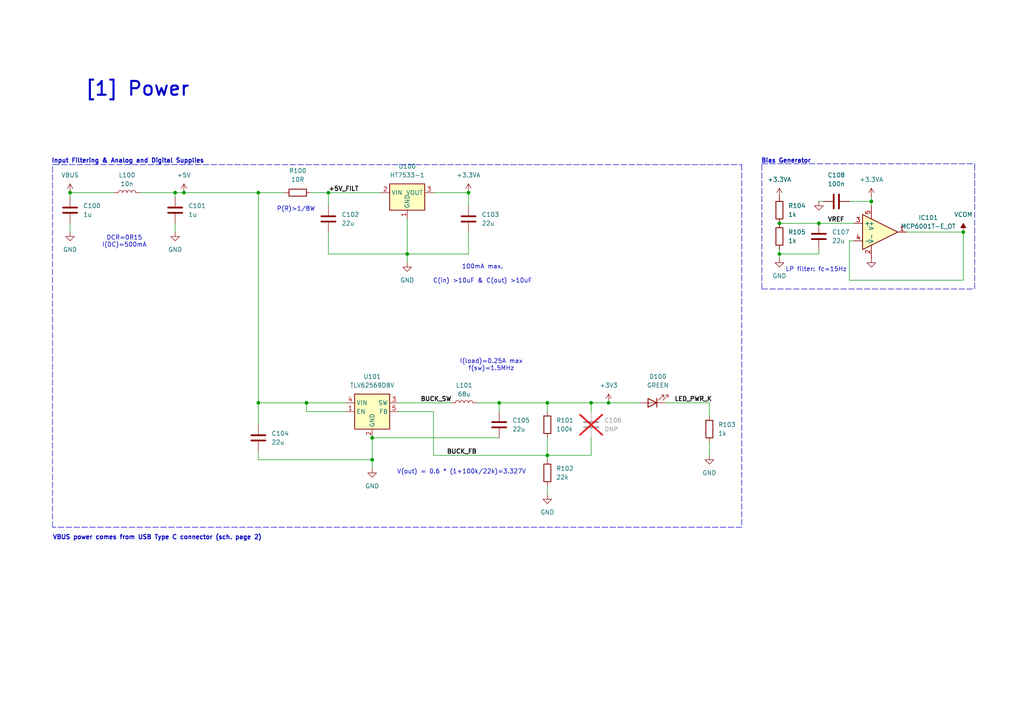
<source format=kicad_sch>
(kicad_sch
	(version 20231120)
	(generator "eeschema")
	(generator_version "8.0")
	(uuid "d940b8d7-83d2-40a7-b7bf-713f3151ba01")
	(paper "A4")
	(title_block
		(title "Oscilloscope & Signal Generator")
		(rev "0.1")
		(company "Prohairesis")
	)
	(lib_symbols
		(symbol "Device:C"
			(pin_numbers hide)
			(pin_names
				(offset 0.254)
			)
			(exclude_from_sim no)
			(in_bom yes)
			(on_board yes)
			(property "Reference" "C"
				(at 0.635 2.54 0)
				(effects
					(font
						(size 1.27 1.27)
					)
					(justify left)
				)
			)
			(property "Value" "C"
				(at 0.635 -2.54 0)
				(effects
					(font
						(size 1.27 1.27)
					)
					(justify left)
				)
			)
			(property "Footprint" ""
				(at 0.9652 -3.81 0)
				(effects
					(font
						(size 1.27 1.27)
					)
					(hide yes)
				)
			)
			(property "Datasheet" "~"
				(at 0 0 0)
				(effects
					(font
						(size 1.27 1.27)
					)
					(hide yes)
				)
			)
			(property "Description" "Unpolarized capacitor"
				(at 0 0 0)
				(effects
					(font
						(size 1.27 1.27)
					)
					(hide yes)
				)
			)
			(property "ki_keywords" "cap capacitor"
				(at 0 0 0)
				(effects
					(font
						(size 1.27 1.27)
					)
					(hide yes)
				)
			)
			(property "ki_fp_filters" "C_*"
				(at 0 0 0)
				(effects
					(font
						(size 1.27 1.27)
					)
					(hide yes)
				)
			)
			(symbol "C_0_1"
				(polyline
					(pts
						(xy -2.032 -0.762) (xy 2.032 -0.762)
					)
					(stroke
						(width 0.508)
						(type default)
					)
					(fill
						(type none)
					)
				)
				(polyline
					(pts
						(xy -2.032 0.762) (xy 2.032 0.762)
					)
					(stroke
						(width 0.508)
						(type default)
					)
					(fill
						(type none)
					)
				)
			)
			(symbol "C_1_1"
				(pin passive line
					(at 0 3.81 270)
					(length 2.794)
					(name "~"
						(effects
							(font
								(size 1.27 1.27)
							)
						)
					)
					(number "1"
						(effects
							(font
								(size 1.27 1.27)
							)
						)
					)
				)
				(pin passive line
					(at 0 -3.81 90)
					(length 2.794)
					(name "~"
						(effects
							(font
								(size 1.27 1.27)
							)
						)
					)
					(number "2"
						(effects
							(font
								(size 1.27 1.27)
							)
						)
					)
				)
			)
		)
		(symbol "Device:L"
			(pin_numbers hide)
			(pin_names
				(offset 1.016) hide)
			(exclude_from_sim no)
			(in_bom yes)
			(on_board yes)
			(property "Reference" "L"
				(at -1.27 0 90)
				(effects
					(font
						(size 1.27 1.27)
					)
				)
			)
			(property "Value" "L"
				(at 1.905 0 90)
				(effects
					(font
						(size 1.27 1.27)
					)
				)
			)
			(property "Footprint" ""
				(at 0 0 0)
				(effects
					(font
						(size 1.27 1.27)
					)
					(hide yes)
				)
			)
			(property "Datasheet" "~"
				(at 0 0 0)
				(effects
					(font
						(size 1.27 1.27)
					)
					(hide yes)
				)
			)
			(property "Description" "Inductor"
				(at 0 0 0)
				(effects
					(font
						(size 1.27 1.27)
					)
					(hide yes)
				)
			)
			(property "ki_keywords" "inductor choke coil reactor magnetic"
				(at 0 0 0)
				(effects
					(font
						(size 1.27 1.27)
					)
					(hide yes)
				)
			)
			(property "ki_fp_filters" "Choke_* *Coil* Inductor_* L_*"
				(at 0 0 0)
				(effects
					(font
						(size 1.27 1.27)
					)
					(hide yes)
				)
			)
			(symbol "L_0_1"
				(arc
					(start 0 -2.54)
					(mid 0.6323 -1.905)
					(end 0 -1.27)
					(stroke
						(width 0)
						(type default)
					)
					(fill
						(type none)
					)
				)
				(arc
					(start 0 -1.27)
					(mid 0.6323 -0.635)
					(end 0 0)
					(stroke
						(width 0)
						(type default)
					)
					(fill
						(type none)
					)
				)
				(arc
					(start 0 0)
					(mid 0.6323 0.635)
					(end 0 1.27)
					(stroke
						(width 0)
						(type default)
					)
					(fill
						(type none)
					)
				)
				(arc
					(start 0 1.27)
					(mid 0.6323 1.905)
					(end 0 2.54)
					(stroke
						(width 0)
						(type default)
					)
					(fill
						(type none)
					)
				)
			)
			(symbol "L_1_1"
				(pin passive line
					(at 0 3.81 270)
					(length 1.27)
					(name "1"
						(effects
							(font
								(size 1.27 1.27)
							)
						)
					)
					(number "1"
						(effects
							(font
								(size 1.27 1.27)
							)
						)
					)
				)
				(pin passive line
					(at 0 -3.81 90)
					(length 1.27)
					(name "2"
						(effects
							(font
								(size 1.27 1.27)
							)
						)
					)
					(number "2"
						(effects
							(font
								(size 1.27 1.27)
							)
						)
					)
				)
			)
		)
		(symbol "Device:LED"
			(pin_numbers hide)
			(pin_names
				(offset 1.016) hide)
			(exclude_from_sim no)
			(in_bom yes)
			(on_board yes)
			(property "Reference" "D"
				(at 0 2.54 0)
				(effects
					(font
						(size 1.27 1.27)
					)
				)
			)
			(property "Value" "LED"
				(at 0 -2.54 0)
				(effects
					(font
						(size 1.27 1.27)
					)
				)
			)
			(property "Footprint" ""
				(at 0 0 0)
				(effects
					(font
						(size 1.27 1.27)
					)
					(hide yes)
				)
			)
			(property "Datasheet" "~"
				(at 0 0 0)
				(effects
					(font
						(size 1.27 1.27)
					)
					(hide yes)
				)
			)
			(property "Description" "Light emitting diode"
				(at 0 0 0)
				(effects
					(font
						(size 1.27 1.27)
					)
					(hide yes)
				)
			)
			(property "ki_keywords" "LED diode"
				(at 0 0 0)
				(effects
					(font
						(size 1.27 1.27)
					)
					(hide yes)
				)
			)
			(property "ki_fp_filters" "LED* LED_SMD:* LED_THT:*"
				(at 0 0 0)
				(effects
					(font
						(size 1.27 1.27)
					)
					(hide yes)
				)
			)
			(symbol "LED_0_1"
				(polyline
					(pts
						(xy -1.27 -1.27) (xy -1.27 1.27)
					)
					(stroke
						(width 0.254)
						(type default)
					)
					(fill
						(type none)
					)
				)
				(polyline
					(pts
						(xy -1.27 0) (xy 1.27 0)
					)
					(stroke
						(width 0)
						(type default)
					)
					(fill
						(type none)
					)
				)
				(polyline
					(pts
						(xy 1.27 -1.27) (xy 1.27 1.27) (xy -1.27 0) (xy 1.27 -1.27)
					)
					(stroke
						(width 0.254)
						(type default)
					)
					(fill
						(type none)
					)
				)
				(polyline
					(pts
						(xy -3.048 -0.762) (xy -4.572 -2.286) (xy -3.81 -2.286) (xy -4.572 -2.286) (xy -4.572 -1.524)
					)
					(stroke
						(width 0)
						(type default)
					)
					(fill
						(type none)
					)
				)
				(polyline
					(pts
						(xy -1.778 -0.762) (xy -3.302 -2.286) (xy -2.54 -2.286) (xy -3.302 -2.286) (xy -3.302 -1.524)
					)
					(stroke
						(width 0)
						(type default)
					)
					(fill
						(type none)
					)
				)
			)
			(symbol "LED_1_1"
				(pin passive line
					(at -3.81 0 0)
					(length 2.54)
					(name "K"
						(effects
							(font
								(size 1.27 1.27)
							)
						)
					)
					(number "1"
						(effects
							(font
								(size 1.27 1.27)
							)
						)
					)
				)
				(pin passive line
					(at 3.81 0 180)
					(length 2.54)
					(name "A"
						(effects
							(font
								(size 1.27 1.27)
							)
						)
					)
					(number "2"
						(effects
							(font
								(size 1.27 1.27)
							)
						)
					)
				)
			)
		)
		(symbol "Device:R"
			(pin_numbers hide)
			(pin_names
				(offset 0)
			)
			(exclude_from_sim no)
			(in_bom yes)
			(on_board yes)
			(property "Reference" "R"
				(at 2.032 0 90)
				(effects
					(font
						(size 1.27 1.27)
					)
				)
			)
			(property "Value" "R"
				(at 0 0 90)
				(effects
					(font
						(size 1.27 1.27)
					)
				)
			)
			(property "Footprint" ""
				(at -1.778 0 90)
				(effects
					(font
						(size 1.27 1.27)
					)
					(hide yes)
				)
			)
			(property "Datasheet" "~"
				(at 0 0 0)
				(effects
					(font
						(size 1.27 1.27)
					)
					(hide yes)
				)
			)
			(property "Description" "Resistor"
				(at 0 0 0)
				(effects
					(font
						(size 1.27 1.27)
					)
					(hide yes)
				)
			)
			(property "ki_keywords" "R res resistor"
				(at 0 0 0)
				(effects
					(font
						(size 1.27 1.27)
					)
					(hide yes)
				)
			)
			(property "ki_fp_filters" "R_*"
				(at 0 0 0)
				(effects
					(font
						(size 1.27 1.27)
					)
					(hide yes)
				)
			)
			(symbol "R_0_1"
				(rectangle
					(start -1.016 -2.54)
					(end 1.016 2.54)
					(stroke
						(width 0.254)
						(type default)
					)
					(fill
						(type none)
					)
				)
			)
			(symbol "R_1_1"
				(pin passive line
					(at 0 3.81 270)
					(length 1.27)
					(name "~"
						(effects
							(font
								(size 1.27 1.27)
							)
						)
					)
					(number "1"
						(effects
							(font
								(size 1.27 1.27)
							)
						)
					)
				)
				(pin passive line
					(at 0 -3.81 90)
					(length 1.27)
					(name "~"
						(effects
							(font
								(size 1.27 1.27)
							)
						)
					)
					(number "2"
						(effects
							(font
								(size 1.27 1.27)
							)
						)
					)
				)
			)
		)
		(symbol "Regulator_Linear:HT75xx-1-SOT89"
			(exclude_from_sim no)
			(in_bom yes)
			(on_board yes)
			(property "Reference" "U"
				(at -5.08 -3.81 0)
				(effects
					(font
						(size 1.27 1.27)
					)
					(justify left)
				)
			)
			(property "Value" "HT75xx-1-SOT89"
				(at 0 6.35 0)
				(effects
					(font
						(size 1.27 1.27)
					)
				)
			)
			(property "Footprint" "Package_TO_SOT_SMD:SOT-89-3"
				(at 0 8.255 0)
				(effects
					(font
						(size 1.27 1.27)
						(italic yes)
					)
					(hide yes)
				)
			)
			(property "Datasheet" "https://www.holtek.com/documents/10179/116711/HT75xx-1v250.pdf"
				(at 0 2.54 0)
				(effects
					(font
						(size 1.27 1.27)
					)
					(hide yes)
				)
			)
			(property "Description" "100mA Low Dropout Voltage Regulator, Fixed Output, SOT89"
				(at 0 0 0)
				(effects
					(font
						(size 1.27 1.27)
					)
					(hide yes)
				)
			)
			(property "ki_keywords" "100mA LDO Regulator Fixed Positive"
				(at 0 0 0)
				(effects
					(font
						(size 1.27 1.27)
					)
					(hide yes)
				)
			)
			(property "ki_fp_filters" "SOT?89*"
				(at 0 0 0)
				(effects
					(font
						(size 1.27 1.27)
					)
					(hide yes)
				)
			)
			(symbol "HT75xx-1-SOT89_0_1"
				(rectangle
					(start -5.08 5.08)
					(end 5.08 -2.54)
					(stroke
						(width 0.254)
						(type default)
					)
					(fill
						(type background)
					)
				)
			)
			(symbol "HT75xx-1-SOT89_1_1"
				(pin power_in line
					(at 0 -5.08 90)
					(length 2.54)
					(name "GND"
						(effects
							(font
								(size 1.27 1.27)
							)
						)
					)
					(number "1"
						(effects
							(font
								(size 1.27 1.27)
							)
						)
					)
				)
				(pin power_in line
					(at -7.62 2.54 0)
					(length 2.54)
					(name "VIN"
						(effects
							(font
								(size 1.27 1.27)
							)
						)
					)
					(number "2"
						(effects
							(font
								(size 1.27 1.27)
							)
						)
					)
				)
				(pin power_out line
					(at 7.62 2.54 180)
					(length 2.54)
					(name "VOUT"
						(effects
							(font
								(size 1.27 1.27)
							)
						)
					)
					(number "3"
						(effects
							(font
								(size 1.27 1.27)
							)
						)
					)
				)
			)
		)
		(symbol "Regulator_Switching:TLV62569DBV"
			(exclude_from_sim no)
			(in_bom yes)
			(on_board yes)
			(property "Reference" "U"
				(at -5.08 6.35 0)
				(effects
					(font
						(size 1.27 1.27)
					)
					(justify left)
				)
			)
			(property "Value" "TLV62569DBV"
				(at 0 6.35 0)
				(effects
					(font
						(size 1.27 1.27)
					)
					(justify left)
				)
			)
			(property "Footprint" "Package_TO_SOT_SMD:SOT-23-5"
				(at 1.27 -6.35 0)
				(effects
					(font
						(size 1.27 1.27)
						(italic yes)
					)
					(justify left)
					(hide yes)
				)
			)
			(property "Datasheet" "http://www.ti.com/lit/ds/symlink/tlv62569.pdf"
				(at -6.35 11.43 0)
				(effects
					(font
						(size 1.27 1.27)
					)
					(hide yes)
				)
			)
			(property "Description" "High Efficiency Synchronous Buck Converter, Adjustable Output 0.6V-5.5V, 2A, SOT-23-5"
				(at 0 0 0)
				(effects
					(font
						(size 1.27 1.27)
					)
					(hide yes)
				)
			)
			(property "ki_keywords" "Step-Down Buck DC-DC Regulator Adjustable"
				(at 0 0 0)
				(effects
					(font
						(size 1.27 1.27)
					)
					(hide yes)
				)
			)
			(property "ki_fp_filters" "SOT?23*"
				(at 0 0 0)
				(effects
					(font
						(size 1.27 1.27)
					)
					(hide yes)
				)
			)
			(symbol "TLV62569DBV_0_1"
				(rectangle
					(start -5.08 5.08)
					(end 5.08 -5.08)
					(stroke
						(width 0.254)
						(type default)
					)
					(fill
						(type background)
					)
				)
			)
			(symbol "TLV62569DBV_1_1"
				(pin input line
					(at -7.62 0 0)
					(length 2.54)
					(name "EN"
						(effects
							(font
								(size 1.27 1.27)
							)
						)
					)
					(number "1"
						(effects
							(font
								(size 1.27 1.27)
							)
						)
					)
				)
				(pin power_in line
					(at 0 -7.62 90)
					(length 2.54)
					(name "GND"
						(effects
							(font
								(size 1.27 1.27)
							)
						)
					)
					(number "2"
						(effects
							(font
								(size 1.27 1.27)
							)
						)
					)
				)
				(pin power_out line
					(at 7.62 2.54 180)
					(length 2.54)
					(name "SW"
						(effects
							(font
								(size 1.27 1.27)
							)
						)
					)
					(number "3"
						(effects
							(font
								(size 1.27 1.27)
							)
						)
					)
				)
				(pin power_in line
					(at -7.62 2.54 0)
					(length 2.54)
					(name "VIN"
						(effects
							(font
								(size 1.27 1.27)
							)
						)
					)
					(number "4"
						(effects
							(font
								(size 1.27 1.27)
							)
						)
					)
				)
				(pin input line
					(at 7.62 0 180)
					(length 2.54)
					(name "FB"
						(effects
							(font
								(size 1.27 1.27)
							)
						)
					)
					(number "5"
						(effects
							(font
								(size 1.27 1.27)
							)
						)
					)
				)
			)
		)
		(symbol "SamacSys_Parts:MCP6001T-E_OT"
			(exclude_from_sim no)
			(in_bom yes)
			(on_board yes)
			(property "Reference" "IC"
				(at 5.08 8.89 0)
				(effects
					(font
						(size 1.27 1.27)
					)
					(justify left top)
				)
			)
			(property "Value" "MCP6001T-E_OT"
				(at 5.08 6.35 0)
				(effects
					(font
						(size 1.27 1.27)
					)
					(justify left top)
				)
			)
			(property "Footprint" "SOT95P270X145-5N"
				(at 25.4 -74.6 0)
				(effects
					(font
						(size 1.27 1.27)
					)
					(justify left top)
					(hide yes)
				)
			)
			(property "Datasheet" "https://datasheet.datasheetarchive.com/originals/distributors/Datasheets-304/55313.pdf"
				(at 25.4 -174.6 0)
				(effects
					(font
						(size 1.27 1.27)
					)
					(justify left top)
					(hide yes)
				)
			)
			(property "Description" "Single 1.8V 1MHz OpAmp,MCP6001T-E/OT"
				(at 0 1.27 0)
				(effects
					(font
						(size 1.27 1.27)
					)
					(hide yes)
				)
			)
			(property "Height" "1.45"
				(at 25.4 -374.6 0)
				(effects
					(font
						(size 1.27 1.27)
					)
					(justify left top)
					(hide yes)
				)
			)
			(property "Manufacturer_Name" "Microchip"
				(at 25.4 -474.6 0)
				(effects
					(font
						(size 1.27 1.27)
					)
					(justify left top)
					(hide yes)
				)
			)
			(property "Manufacturer_Part_Number" "MCP6001T-E/OT"
				(at 25.4 -574.6 0)
				(effects
					(font
						(size 1.27 1.27)
					)
					(justify left top)
					(hide yes)
				)
			)
			(property "Mouser Part Number" "579-MCP6001T-E/OT"
				(at 25.4 -674.6 0)
				(effects
					(font
						(size 1.27 1.27)
					)
					(justify left top)
					(hide yes)
				)
			)
			(property "Mouser Price/Stock" "https://www.mouser.co.uk/ProductDetail/Microchip-Technology/MCP6001T-E-OT?qs=npqfqDPP3%2FwkX3GgGH%252BE4A%3D%3D"
				(at 25.4 -774.6 0)
				(effects
					(font
						(size 1.27 1.27)
					)
					(justify left top)
					(hide yes)
				)
			)
			(property "Arrow Part Number" "MCP6001T-E/OT"
				(at 25.4 -874.6 0)
				(effects
					(font
						(size 1.27 1.27)
					)
					(justify left top)
					(hide yes)
				)
			)
			(property "Arrow Price/Stock" "https://www.arrow.com/en/products/mcp6001t-eot/microchip-technology?region=nac"
				(at 25.4 -974.6 0)
				(effects
					(font
						(size 1.27 1.27)
					)
					(justify left top)
					(hide yes)
				)
			)
			(symbol "MCP6001T-E_OT_0_1"
				(polyline
					(pts
						(xy -2.54 5.08) (xy 7.62 0) (xy -2.54 -5.08) (xy -2.54 5.08)
					)
					(stroke
						(width 0.254)
						(type default)
					)
					(fill
						(type background)
					)
				)
				(pin power_in line
					(at 0 -7.62 90)
					(length 3.81)
					(name "V-"
						(effects
							(font
								(size 1.27 1.27)
							)
						)
					)
					(number "2"
						(effects
							(font
								(size 1.27 1.27)
							)
						)
					)
				)
				(pin power_in line
					(at 0 7.62 270)
					(length 3.81)
					(name "V+"
						(effects
							(font
								(size 1.27 1.27)
							)
						)
					)
					(number "5"
						(effects
							(font
								(size 1.27 1.27)
							)
						)
					)
				)
			)
			(symbol "MCP6001T-E_OT_1_1"
				(pin output line
					(at 10.16 0 180)
					(length 2.54)
					(name ""
						(effects
							(font
								(size 1 1)
							)
						)
					)
					(number "1"
						(effects
							(font
								(size 1.27 1.27)
							)
						)
					)
				)
				(pin input line
					(at -5.08 2.54 0)
					(length 2.54)
					(name "+"
						(effects
							(font
								(size 1.27 1.27)
							)
						)
					)
					(number "3"
						(effects
							(font
								(size 1.27 1.27)
							)
						)
					)
				)
				(pin input line
					(at -5.08 -2.54 0)
					(length 2.54)
					(name "-"
						(effects
							(font
								(size 1.27 1.27)
							)
						)
					)
					(number "4"
						(effects
							(font
								(size 1.27 1.27)
							)
						)
					)
				)
			)
		)
		(symbol "power:+3.3VA"
			(power)
			(pin_numbers hide)
			(pin_names
				(offset 0) hide)
			(exclude_from_sim no)
			(in_bom yes)
			(on_board yes)
			(property "Reference" "#PWR"
				(at 0 -3.81 0)
				(effects
					(font
						(size 1.27 1.27)
					)
					(hide yes)
				)
			)
			(property "Value" "+3.3VA"
				(at 0 3.556 0)
				(effects
					(font
						(size 1.27 1.27)
					)
				)
			)
			(property "Footprint" ""
				(at 0 0 0)
				(effects
					(font
						(size 1.27 1.27)
					)
					(hide yes)
				)
			)
			(property "Datasheet" ""
				(at 0 0 0)
				(effects
					(font
						(size 1.27 1.27)
					)
					(hide yes)
				)
			)
			(property "Description" "Power symbol creates a global label with name \"+3.3VA\""
				(at 0 0 0)
				(effects
					(font
						(size 1.27 1.27)
					)
					(hide yes)
				)
			)
			(property "ki_keywords" "global power"
				(at 0 0 0)
				(effects
					(font
						(size 1.27 1.27)
					)
					(hide yes)
				)
			)
			(symbol "+3.3VA_0_1"
				(polyline
					(pts
						(xy -0.762 1.27) (xy 0 2.54)
					)
					(stroke
						(width 0)
						(type default)
					)
					(fill
						(type none)
					)
				)
				(polyline
					(pts
						(xy 0 0) (xy 0 2.54)
					)
					(stroke
						(width 0)
						(type default)
					)
					(fill
						(type none)
					)
				)
				(polyline
					(pts
						(xy 0 2.54) (xy 0.762 1.27)
					)
					(stroke
						(width 0)
						(type default)
					)
					(fill
						(type none)
					)
				)
			)
			(symbol "+3.3VA_1_1"
				(pin power_in line
					(at 0 0 90)
					(length 0)
					(name "~"
						(effects
							(font
								(size 1.27 1.27)
							)
						)
					)
					(number "1"
						(effects
							(font
								(size 1.27 1.27)
							)
						)
					)
				)
			)
		)
		(symbol "power:+3V3"
			(power)
			(pin_numbers hide)
			(pin_names
				(offset 0) hide)
			(exclude_from_sim no)
			(in_bom yes)
			(on_board yes)
			(property "Reference" "#PWR"
				(at 0 -3.81 0)
				(effects
					(font
						(size 1.27 1.27)
					)
					(hide yes)
				)
			)
			(property "Value" "+3V3"
				(at 0 3.556 0)
				(effects
					(font
						(size 1.27 1.27)
					)
				)
			)
			(property "Footprint" ""
				(at 0 0 0)
				(effects
					(font
						(size 1.27 1.27)
					)
					(hide yes)
				)
			)
			(property "Datasheet" ""
				(at 0 0 0)
				(effects
					(font
						(size 1.27 1.27)
					)
					(hide yes)
				)
			)
			(property "Description" "Power symbol creates a global label with name \"+3V3\""
				(at 0 0 0)
				(effects
					(font
						(size 1.27 1.27)
					)
					(hide yes)
				)
			)
			(property "ki_keywords" "global power"
				(at 0 0 0)
				(effects
					(font
						(size 1.27 1.27)
					)
					(hide yes)
				)
			)
			(symbol "+3V3_0_1"
				(polyline
					(pts
						(xy -0.762 1.27) (xy 0 2.54)
					)
					(stroke
						(width 0)
						(type default)
					)
					(fill
						(type none)
					)
				)
				(polyline
					(pts
						(xy 0 0) (xy 0 2.54)
					)
					(stroke
						(width 0)
						(type default)
					)
					(fill
						(type none)
					)
				)
				(polyline
					(pts
						(xy 0 2.54) (xy 0.762 1.27)
					)
					(stroke
						(width 0)
						(type default)
					)
					(fill
						(type none)
					)
				)
			)
			(symbol "+3V3_1_1"
				(pin power_in line
					(at 0 0 90)
					(length 0)
					(name "~"
						(effects
							(font
								(size 1.27 1.27)
							)
						)
					)
					(number "1"
						(effects
							(font
								(size 1.27 1.27)
							)
						)
					)
				)
			)
		)
		(symbol "power:+5V"
			(power)
			(pin_numbers hide)
			(pin_names
				(offset 0) hide)
			(exclude_from_sim no)
			(in_bom yes)
			(on_board yes)
			(property "Reference" "#PWR"
				(at 0 -3.81 0)
				(effects
					(font
						(size 1.27 1.27)
					)
					(hide yes)
				)
			)
			(property "Value" "+5V"
				(at 0 3.556 0)
				(effects
					(font
						(size 1.27 1.27)
					)
				)
			)
			(property "Footprint" ""
				(at 0 0 0)
				(effects
					(font
						(size 1.27 1.27)
					)
					(hide yes)
				)
			)
			(property "Datasheet" ""
				(at 0 0 0)
				(effects
					(font
						(size 1.27 1.27)
					)
					(hide yes)
				)
			)
			(property "Description" "Power symbol creates a global label with name \"+5V\""
				(at 0 0 0)
				(effects
					(font
						(size 1.27 1.27)
					)
					(hide yes)
				)
			)
			(property "ki_keywords" "global power"
				(at 0 0 0)
				(effects
					(font
						(size 1.27 1.27)
					)
					(hide yes)
				)
			)
			(symbol "+5V_0_1"
				(polyline
					(pts
						(xy -0.762 1.27) (xy 0 2.54)
					)
					(stroke
						(width 0)
						(type default)
					)
					(fill
						(type none)
					)
				)
				(polyline
					(pts
						(xy 0 0) (xy 0 2.54)
					)
					(stroke
						(width 0)
						(type default)
					)
					(fill
						(type none)
					)
				)
				(polyline
					(pts
						(xy 0 2.54) (xy 0.762 1.27)
					)
					(stroke
						(width 0)
						(type default)
					)
					(fill
						(type none)
					)
				)
			)
			(symbol "+5V_1_1"
				(pin power_in line
					(at 0 0 90)
					(length 0)
					(name "~"
						(effects
							(font
								(size 1.27 1.27)
							)
						)
					)
					(number "1"
						(effects
							(font
								(size 1.27 1.27)
							)
						)
					)
				)
			)
		)
		(symbol "power:GND"
			(power)
			(pin_numbers hide)
			(pin_names
				(offset 0) hide)
			(exclude_from_sim no)
			(in_bom yes)
			(on_board yes)
			(property "Reference" "#PWR"
				(at 0 -6.35 0)
				(effects
					(font
						(size 1.27 1.27)
					)
					(hide yes)
				)
			)
			(property "Value" "GND"
				(at 0 -3.81 0)
				(effects
					(font
						(size 1.27 1.27)
					)
				)
			)
			(property "Footprint" ""
				(at 0 0 0)
				(effects
					(font
						(size 1.27 1.27)
					)
					(hide yes)
				)
			)
			(property "Datasheet" ""
				(at 0 0 0)
				(effects
					(font
						(size 1.27 1.27)
					)
					(hide yes)
				)
			)
			(property "Description" "Power symbol creates a global label with name \"GND\" , ground"
				(at 0 0 0)
				(effects
					(font
						(size 1.27 1.27)
					)
					(hide yes)
				)
			)
			(property "ki_keywords" "global power"
				(at 0 0 0)
				(effects
					(font
						(size 1.27 1.27)
					)
					(hide yes)
				)
			)
			(symbol "GND_0_1"
				(polyline
					(pts
						(xy 0 0) (xy 0 -1.27) (xy 1.27 -1.27) (xy 0 -2.54) (xy -1.27 -1.27) (xy 0 -1.27)
					)
					(stroke
						(width 0)
						(type default)
					)
					(fill
						(type none)
					)
				)
			)
			(symbol "GND_1_1"
				(pin power_in line
					(at 0 0 270)
					(length 0)
					(name "~"
						(effects
							(font
								(size 1.27 1.27)
							)
						)
					)
					(number "1"
						(effects
							(font
								(size 1.27 1.27)
							)
						)
					)
				)
			)
		)
		(symbol "power:VBUS"
			(power)
			(pin_numbers hide)
			(pin_names
				(offset 0) hide)
			(exclude_from_sim no)
			(in_bom yes)
			(on_board yes)
			(property "Reference" "#PWR"
				(at 0 -3.81 0)
				(effects
					(font
						(size 1.27 1.27)
					)
					(hide yes)
				)
			)
			(property "Value" "VBUS"
				(at 0 3.556 0)
				(effects
					(font
						(size 1.27 1.27)
					)
				)
			)
			(property "Footprint" ""
				(at 0 0 0)
				(effects
					(font
						(size 1.27 1.27)
					)
					(hide yes)
				)
			)
			(property "Datasheet" ""
				(at 0 0 0)
				(effects
					(font
						(size 1.27 1.27)
					)
					(hide yes)
				)
			)
			(property "Description" "Power symbol creates a global label with name \"VBUS\""
				(at 0 0 0)
				(effects
					(font
						(size 1.27 1.27)
					)
					(hide yes)
				)
			)
			(property "ki_keywords" "global power"
				(at 0 0 0)
				(effects
					(font
						(size 1.27 1.27)
					)
					(hide yes)
				)
			)
			(symbol "VBUS_0_1"
				(polyline
					(pts
						(xy -0.762 1.27) (xy 0 2.54)
					)
					(stroke
						(width 0)
						(type default)
					)
					(fill
						(type none)
					)
				)
				(polyline
					(pts
						(xy 0 0) (xy 0 2.54)
					)
					(stroke
						(width 0)
						(type default)
					)
					(fill
						(type none)
					)
				)
				(polyline
					(pts
						(xy 0 2.54) (xy 0.762 1.27)
					)
					(stroke
						(width 0)
						(type default)
					)
					(fill
						(type none)
					)
				)
			)
			(symbol "VBUS_1_1"
				(pin power_in line
					(at 0 0 90)
					(length 0)
					(name "~"
						(effects
							(font
								(size 1.27 1.27)
							)
						)
					)
					(number "1"
						(effects
							(font
								(size 1.27 1.27)
							)
						)
					)
				)
			)
		)
		(symbol "power:VCOM"
			(power)
			(pin_numbers hide)
			(pin_names
				(offset 0) hide)
			(exclude_from_sim no)
			(in_bom yes)
			(on_board yes)
			(property "Reference" "#PWR"
				(at 0 -3.81 0)
				(effects
					(font
						(size 1.27 1.27)
					)
					(hide yes)
				)
			)
			(property "Value" "VCOM"
				(at 0 3.556 0)
				(effects
					(font
						(size 1.27 1.27)
					)
				)
			)
			(property "Footprint" ""
				(at 0 0 0)
				(effects
					(font
						(size 1.27 1.27)
					)
					(hide yes)
				)
			)
			(property "Datasheet" ""
				(at 0 0 0)
				(effects
					(font
						(size 1.27 1.27)
					)
					(hide yes)
				)
			)
			(property "Description" "Power symbol creates a global label with name \"VCOM\""
				(at 0 0 0)
				(effects
					(font
						(size 1.27 1.27)
					)
					(hide yes)
				)
			)
			(property "ki_keywords" "global power"
				(at 0 0 0)
				(effects
					(font
						(size 1.27 1.27)
					)
					(hide yes)
				)
			)
			(symbol "VCOM_0_1"
				(polyline
					(pts
						(xy 0 0) (xy 0 2.54)
					)
					(stroke
						(width 0)
						(type default)
					)
					(fill
						(type none)
					)
				)
				(polyline
					(pts
						(xy 0.762 1.27) (xy -0.762 1.27) (xy 0 2.54) (xy 0.762 1.27)
					)
					(stroke
						(width 0)
						(type default)
					)
					(fill
						(type outline)
					)
				)
			)
			(symbol "VCOM_1_1"
				(pin power_in line
					(at 0 0 90)
					(length 0)
					(name "~"
						(effects
							(font
								(size 1.27 1.27)
							)
						)
					)
					(number "1"
						(effects
							(font
								(size 1.27 1.27)
							)
						)
					)
				)
			)
		)
	)
	(junction
		(at 20.32 55.88)
		(diameter 0)
		(color 0 0 0 0)
		(uuid "03fe2575-9936-4fbc-ad18-16659cc568cc")
	)
	(junction
		(at 252.73 58.42)
		(diameter 0)
		(color 0 0 0 0)
		(uuid "0dbfa5ce-8bf0-4e47-9401-db3b03620198")
	)
	(junction
		(at 107.95 127)
		(diameter 0)
		(color 0 0 0 0)
		(uuid "18b9b13e-b24a-403e-b8a3-b8bb6d988419")
	)
	(junction
		(at 88.9 116.84)
		(diameter 0)
		(color 0 0 0 0)
		(uuid "30242f5c-d1d7-431b-b9c3-94bb19ad110b")
	)
	(junction
		(at 237.49 64.77)
		(diameter 0)
		(color 0 0 0 0)
		(uuid "316cc773-a8dc-4300-9a00-aa673bc11213")
	)
	(junction
		(at 158.75 116.84)
		(diameter 0)
		(color 0 0 0 0)
		(uuid "3797d3aa-202a-4bd0-be2b-df332838c4fd")
	)
	(junction
		(at 144.78 116.84)
		(diameter 0)
		(color 0 0 0 0)
		(uuid "3be90258-b644-4627-85e1-716f3017a79c")
	)
	(junction
		(at 226.06 73.66)
		(diameter 0)
		(color 0 0 0 0)
		(uuid "8afa06aa-1a70-48dc-9f8d-25dbd162e3fe")
	)
	(junction
		(at 95.25 55.88)
		(diameter 0)
		(color 0 0 0 0)
		(uuid "8b53aec2-7140-4e44-a5da-58e93b16472f")
	)
	(junction
		(at 176.53 116.84)
		(diameter 0)
		(color 0 0 0 0)
		(uuid "8bb96d93-03c8-4072-a710-cc174a97d51c")
	)
	(junction
		(at 118.11 73.66)
		(diameter 0)
		(color 0 0 0 0)
		(uuid "8bbc54db-1e21-4d38-a02a-281b48422213")
	)
	(junction
		(at 53.34 55.88)
		(diameter 0)
		(color 0 0 0 0)
		(uuid "924c2128-e68b-47c4-b17e-4e3a5d545aae")
	)
	(junction
		(at 171.45 116.84)
		(diameter 0)
		(color 0 0 0 0)
		(uuid "996adadd-3ab7-4a48-9251-ba969314caec")
	)
	(junction
		(at 50.8 55.88)
		(diameter 0)
		(color 0 0 0 0)
		(uuid "a5b303b7-bb7e-46e0-97f5-b2aff6351c81")
	)
	(junction
		(at 226.06 64.77)
		(diameter 0)
		(color 0 0 0 0)
		(uuid "b37f5f6e-d41c-4000-ba63-d5bc605f3508")
	)
	(junction
		(at 135.89 55.88)
		(diameter 0)
		(color 0 0 0 0)
		(uuid "b8bae1f3-4570-42f8-aa69-30ba6b562a44")
	)
	(junction
		(at 74.93 55.88)
		(diameter 0)
		(color 0 0 0 0)
		(uuid "c51b847d-d147-4ccf-889a-e161914192fa")
	)
	(junction
		(at 107.95 133.35)
		(diameter 0)
		(color 0 0 0 0)
		(uuid "d48aebec-033e-473f-bd07-7071e9452070")
	)
	(junction
		(at 279.4 67.31)
		(diameter 0)
		(color 0 0 0 0)
		(uuid "efbbeb9e-0882-42dd-841c-6f772d4f5d9b")
	)
	(junction
		(at 74.93 116.84)
		(diameter 0)
		(color 0 0 0 0)
		(uuid "f7b0c1be-d5a0-458d-b892-1cc0aa520dc6")
	)
	(junction
		(at 158.75 132.08)
		(diameter 0)
		(color 0 0 0 0)
		(uuid "ff06d242-40f4-47db-b902-e8e26e2f0d99")
	)
	(wire
		(pts
			(xy 118.11 73.66) (xy 118.11 76.2)
		)
		(stroke
			(width 0)
			(type default)
		)
		(uuid "006b5fd9-41e6-4d92-9cb1-248dcf0150d6")
	)
	(wire
		(pts
			(xy 279.4 81.28) (xy 279.4 67.31)
		)
		(stroke
			(width 0)
			(type default)
		)
		(uuid "0233727e-4574-4d2e-920c-53764cb35e08")
	)
	(wire
		(pts
			(xy 158.75 127) (xy 158.75 132.08)
		)
		(stroke
			(width 0)
			(type default)
		)
		(uuid "156570c9-0940-4c33-ac84-98954afab756")
	)
	(wire
		(pts
			(xy 50.8 55.88) (xy 53.34 55.88)
		)
		(stroke
			(width 0)
			(type default)
		)
		(uuid "16fb2691-afb9-4265-87e3-aa14d47e9b69")
	)
	(polyline
		(pts
			(xy 215.138 47.752) (xy 215.138 152.908)
		)
		(stroke
			(width 0)
			(type dash)
		)
		(uuid "175ab225-4298-48c4-8660-779f9ebce95c")
	)
	(wire
		(pts
			(xy 226.06 73.66) (xy 226.06 72.39)
		)
		(stroke
			(width 0)
			(type default)
		)
		(uuid "19a22c74-c41c-4936-a507-3cedff897311")
	)
	(wire
		(pts
			(xy 74.93 116.84) (xy 74.93 123.19)
		)
		(stroke
			(width 0)
			(type default)
		)
		(uuid "232445aa-dfc7-4ee3-805b-a3f59475a035")
	)
	(polyline
		(pts
			(xy 15.24 152.908) (xy 15.24 47.752)
		)
		(stroke
			(width 0)
			(type dash)
		)
		(uuid "23aee33f-ab52-452a-b844-6c2bb9797255")
	)
	(wire
		(pts
			(xy 237.49 64.77) (xy 247.65 64.77)
		)
		(stroke
			(width 0)
			(type default)
		)
		(uuid "23b21ff8-39b0-4613-bb2c-f712c56a7f5c")
	)
	(wire
		(pts
			(xy 252.73 57.15) (xy 252.73 58.42)
		)
		(stroke
			(width 0)
			(type default)
		)
		(uuid "245d92ba-81ae-46c6-b141-cc3c3f24fc00")
	)
	(wire
		(pts
			(xy 135.89 73.66) (xy 135.89 67.31)
		)
		(stroke
			(width 0)
			(type default)
		)
		(uuid "26a12f81-7564-4c3d-952c-d8067df581e2")
	)
	(polyline
		(pts
			(xy 282.702 47.498) (xy 282.702 48.006)
		)
		(stroke
			(width 0)
			(type default)
		)
		(uuid "2f2f0b18-9930-4834-852a-f97397a5eeaa")
	)
	(wire
		(pts
			(xy 279.4 67.31) (xy 262.89 67.31)
		)
		(stroke
			(width 0)
			(type default)
		)
		(uuid "380fceab-113e-49d0-a66f-ebea6fcd3787")
	)
	(wire
		(pts
			(xy 118.11 73.66) (xy 135.89 73.66)
		)
		(stroke
			(width 0)
			(type default)
		)
		(uuid "472164b2-8981-4ffa-a53e-c88bbe8d6cb3")
	)
	(wire
		(pts
			(xy 171.45 116.84) (xy 171.45 119.38)
		)
		(stroke
			(width 0)
			(type default)
		)
		(uuid "4b6d0d18-ea9d-4ef9-a009-d93acf390c2a")
	)
	(wire
		(pts
			(xy 95.25 73.66) (xy 118.11 73.66)
		)
		(stroke
			(width 0)
			(type default)
		)
		(uuid "4e45c9de-0be5-49ba-b949-c4ed9bf41a1d")
	)
	(wire
		(pts
			(xy 158.75 140.97) (xy 158.75 143.51)
		)
		(stroke
			(width 0)
			(type default)
		)
		(uuid "4ef676d2-b481-41e2-9864-40c006214f7b")
	)
	(wire
		(pts
			(xy 237.49 58.42) (xy 238.76 58.42)
		)
		(stroke
			(width 0)
			(type default)
		)
		(uuid "52caaad5-c055-4800-8199-752e4e875be9")
	)
	(wire
		(pts
			(xy 158.75 116.84) (xy 171.45 116.84)
		)
		(stroke
			(width 0)
			(type default)
		)
		(uuid "550982bc-170c-41cf-b372-dea0a6446b72")
	)
	(wire
		(pts
			(xy 90.17 55.88) (xy 95.25 55.88)
		)
		(stroke
			(width 0)
			(type default)
		)
		(uuid "57955a50-dc99-4b42-8552-989fc2b79f32")
	)
	(wire
		(pts
			(xy 20.32 55.88) (xy 20.32 57.15)
		)
		(stroke
			(width 0)
			(type default)
		)
		(uuid "5cfa4bcc-6b0e-4fd2-a887-25b1ab04393e")
	)
	(wire
		(pts
			(xy 205.74 128.27) (xy 205.74 132.08)
		)
		(stroke
			(width 0)
			(type default)
		)
		(uuid "5fbc3494-5ec8-4cae-8d89-067a79c2d69b")
	)
	(wire
		(pts
			(xy 247.65 69.85) (xy 246.38 69.85)
		)
		(stroke
			(width 0)
			(type default)
		)
		(uuid "6043d3f7-fe85-4c4b-97b7-1e113ec5348c")
	)
	(wire
		(pts
			(xy 125.73 119.38) (xy 125.73 132.08)
		)
		(stroke
			(width 0)
			(type default)
		)
		(uuid "64f11dcb-9335-4a5c-9d2c-f0bab3e72ea8")
	)
	(wire
		(pts
			(xy 74.93 55.88) (xy 74.93 116.84)
		)
		(stroke
			(width 0)
			(type default)
		)
		(uuid "6ab4d401-d586-4786-b10b-ccac947ac6aa")
	)
	(wire
		(pts
			(xy 158.75 119.38) (xy 158.75 116.84)
		)
		(stroke
			(width 0)
			(type default)
		)
		(uuid "6c2ba9b6-7cce-45f9-b0ad-6f4379321414")
	)
	(wire
		(pts
			(xy 40.64 55.88) (xy 50.8 55.88)
		)
		(stroke
			(width 0)
			(type default)
		)
		(uuid "6f4b5936-bdff-4881-99d9-1269c7db904a")
	)
	(polyline
		(pts
			(xy 215.138 152.908) (xy 15.24 152.908)
		)
		(stroke
			(width 0)
			(type dash)
		)
		(uuid "70b6636e-3254-4c27-b1f2-b68f35004965")
	)
	(wire
		(pts
			(xy 246.38 69.85) (xy 246.38 81.28)
		)
		(stroke
			(width 0)
			(type default)
		)
		(uuid "71ea2ce6-df5e-4959-82a6-c48ccdc5050d")
	)
	(wire
		(pts
			(xy 53.34 55.88) (xy 74.93 55.88)
		)
		(stroke
			(width 0)
			(type default)
		)
		(uuid "7757e7a6-4648-40e3-9191-465df8f37b0d")
	)
	(wire
		(pts
			(xy 74.93 133.35) (xy 74.93 130.81)
		)
		(stroke
			(width 0)
			(type default)
		)
		(uuid "785d7a38-9b6a-4ed1-91c8-225392cf403b")
	)
	(wire
		(pts
			(xy 33.02 55.88) (xy 20.32 55.88)
		)
		(stroke
			(width 0)
			(type default)
		)
		(uuid "83205fa3-451b-4343-9e55-2c1beec1593d")
	)
	(wire
		(pts
			(xy 237.49 73.66) (xy 237.49 72.39)
		)
		(stroke
			(width 0)
			(type default)
		)
		(uuid "85281f83-46a3-482f-a44f-9a53e059ac5a")
	)
	(wire
		(pts
			(xy 246.38 58.42) (xy 252.73 58.42)
		)
		(stroke
			(width 0)
			(type default)
		)
		(uuid "86cf7df5-543a-4f11-94b9-629dc08c8e6c")
	)
	(wire
		(pts
			(xy 193.04 116.84) (xy 205.74 116.84)
		)
		(stroke
			(width 0)
			(type default)
		)
		(uuid "894997da-5600-4465-87a2-fa5b9ae072e3")
	)
	(wire
		(pts
			(xy 144.78 116.84) (xy 158.75 116.84)
		)
		(stroke
			(width 0)
			(type default)
		)
		(uuid "896bea56-d5bf-4a44-a906-dafd3ef6e2a9")
	)
	(wire
		(pts
			(xy 158.75 132.08) (xy 158.75 133.35)
		)
		(stroke
			(width 0)
			(type default)
		)
		(uuid "8bd6516c-6e30-4651-9bdb-5bb9b45d4ffc")
	)
	(wire
		(pts
			(xy 246.38 81.28) (xy 279.4 81.28)
		)
		(stroke
			(width 0)
			(type default)
		)
		(uuid "8d30a1a9-edbe-4142-a651-2e1ae3523c5b")
	)
	(wire
		(pts
			(xy 125.73 132.08) (xy 158.75 132.08)
		)
		(stroke
			(width 0)
			(type default)
		)
		(uuid "8f62d79d-ec5e-40a9-b783-a0927c5e0942")
	)
	(wire
		(pts
			(xy 118.11 63.5) (xy 118.11 73.66)
		)
		(stroke
			(width 0)
			(type default)
		)
		(uuid "90597a43-a3ef-4fe0-842b-6e0165f2b1aa")
	)
	(wire
		(pts
			(xy 226.06 73.66) (xy 237.49 73.66)
		)
		(stroke
			(width 0)
			(type default)
		)
		(uuid "908d522e-b1ad-439d-9be0-bd772bfbbc3d")
	)
	(wire
		(pts
			(xy 74.93 55.88) (xy 82.55 55.88)
		)
		(stroke
			(width 0)
			(type default)
		)
		(uuid "92155275-c249-4f55-8beb-75d9de076a2d")
	)
	(wire
		(pts
			(xy 88.9 116.84) (xy 100.33 116.84)
		)
		(stroke
			(width 0)
			(type default)
		)
		(uuid "929ecc6c-b462-4495-a317-fa26fd0f7576")
	)
	(wire
		(pts
			(xy 125.73 55.88) (xy 135.89 55.88)
		)
		(stroke
			(width 0)
			(type default)
		)
		(uuid "92d091d8-bbf4-46ad-9e6e-f44693109eef")
	)
	(wire
		(pts
			(xy 115.57 116.84) (xy 130.81 116.84)
		)
		(stroke
			(width 0)
			(type default)
		)
		(uuid "972f486b-9ad1-4358-9e87-fc8f0dc4e126")
	)
	(wire
		(pts
			(xy 171.45 116.84) (xy 176.53 116.84)
		)
		(stroke
			(width 0)
			(type default)
		)
		(uuid "9f2370b0-50a7-4c4e-9dd1-68fdce26c9ba")
	)
	(wire
		(pts
			(xy 144.78 116.84) (xy 144.78 119.38)
		)
		(stroke
			(width 0)
			(type default)
		)
		(uuid "a63fb7cd-df7f-494c-ad7e-350e54e7e8ef")
	)
	(wire
		(pts
			(xy 95.25 55.88) (xy 95.25 59.69)
		)
		(stroke
			(width 0)
			(type default)
		)
		(uuid "a94e89a7-7ea2-48b5-90d1-d7775a17c774")
	)
	(wire
		(pts
			(xy 107.95 127) (xy 144.78 127)
		)
		(stroke
			(width 0)
			(type default)
		)
		(uuid "ac2c6b9c-4559-4124-83bd-9361e4746f9a")
	)
	(wire
		(pts
			(xy 20.32 64.77) (xy 20.32 67.31)
		)
		(stroke
			(width 0)
			(type default)
		)
		(uuid "adad12f9-7988-4f2f-8592-1bad7941b733")
	)
	(wire
		(pts
			(xy 205.74 116.84) (xy 205.74 120.65)
		)
		(stroke
			(width 0)
			(type default)
		)
		(uuid "ae929ebf-5c12-488e-be81-43c1d8692436")
	)
	(wire
		(pts
			(xy 115.57 119.38) (xy 125.73 119.38)
		)
		(stroke
			(width 0)
			(type default)
		)
		(uuid "b336ce5c-fe79-4df7-b1dc-cebd9953386e")
	)
	(wire
		(pts
			(xy 252.73 58.42) (xy 252.73 59.69)
		)
		(stroke
			(width 0)
			(type default)
		)
		(uuid "b3a3494b-fb4b-4d57-bf04-522ffa0c45cd")
	)
	(polyline
		(pts
			(xy 220.98 83.82) (xy 282.702 83.82)
		)
		(stroke
			(width 0)
			(type dash)
		)
		(uuid "b7c2be41-3362-446a-b5da-539e74b31baf")
	)
	(polyline
		(pts
			(xy 282.702 47.752) (xy 282.702 83.82)
		)
		(stroke
			(width 0)
			(type dash)
		)
		(uuid "b9086301-959a-4a97-8c80-4b07b3be1493")
	)
	(wire
		(pts
			(xy 74.93 133.35) (xy 107.95 133.35)
		)
		(stroke
			(width 0)
			(type default)
		)
		(uuid "bc1e433f-f91c-4e8b-9558-c80eb39dbaad")
	)
	(wire
		(pts
			(xy 88.9 119.38) (xy 100.33 119.38)
		)
		(stroke
			(width 0)
			(type default)
		)
		(uuid "bc47a44a-dcb5-468f-9a2e-ceffb4b2e3df")
	)
	(polyline
		(pts
			(xy 220.98 47.752) (xy 220.98 83.82)
		)
		(stroke
			(width 0)
			(type dash)
		)
		(uuid "bdacbf29-e630-48f0-9dda-c0176399adfb")
	)
	(wire
		(pts
			(xy 50.8 64.77) (xy 50.8 67.31)
		)
		(stroke
			(width 0)
			(type default)
		)
		(uuid "bf4f70be-b3e5-42a2-9269-389a9e2fb071")
	)
	(wire
		(pts
			(xy 107.95 133.35) (xy 107.95 135.89)
		)
		(stroke
			(width 0)
			(type default)
		)
		(uuid "bf7b4ea6-52ce-43cc-9ab8-55f9c9c0ecd3")
	)
	(wire
		(pts
			(xy 135.89 55.88) (xy 135.89 59.69)
		)
		(stroke
			(width 0)
			(type default)
		)
		(uuid "c3dd58a9-9165-4e44-b77e-74bb1169033f")
	)
	(wire
		(pts
			(xy 74.93 116.84) (xy 88.9 116.84)
		)
		(stroke
			(width 0)
			(type default)
		)
		(uuid "c47eb2c9-ac5d-4d85-afef-a63aaba62b2d")
	)
	(wire
		(pts
			(xy 50.8 55.88) (xy 50.8 57.15)
		)
		(stroke
			(width 0)
			(type default)
		)
		(uuid "c4d7944a-d51f-4e98-85be-920daa6da367")
	)
	(wire
		(pts
			(xy 88.9 116.84) (xy 88.9 119.38)
		)
		(stroke
			(width 0)
			(type default)
		)
		(uuid "c7c1a880-eebf-46a0-aa83-dbaa2375938f")
	)
	(wire
		(pts
			(xy 226.06 64.77) (xy 237.49 64.77)
		)
		(stroke
			(width 0)
			(type default)
		)
		(uuid "cab3fc58-8fab-4f93-b33d-0cc95651f4db")
	)
	(polyline
		(pts
			(xy 15.24 47.752) (xy 15.494 47.752)
		)
		(stroke
			(width 0)
			(type default)
		)
		(uuid "ccc16358-8f4b-4a1a-8e6c-2c8a6955dbd5")
	)
	(wire
		(pts
			(xy 95.25 55.88) (xy 110.49 55.88)
		)
		(stroke
			(width 0)
			(type default)
		)
		(uuid "cdd8e024-ff18-45c2-92a1-f819e0995983")
	)
	(polyline
		(pts
			(xy 220.98 47.498) (xy 282.702 47.498)
		)
		(stroke
			(width 0)
			(type dash)
		)
		(uuid "d4a4fe89-c78d-44a8-8ca7-6e72af742b8b")
	)
	(wire
		(pts
			(xy 226.06 73.66) (xy 226.06 74.93)
		)
		(stroke
			(width 0)
			(type default)
		)
		(uuid "d8f3be12-5ba7-4ad9-81ff-277df7e97900")
	)
	(wire
		(pts
			(xy 171.45 127) (xy 171.45 132.08)
		)
		(stroke
			(width 0)
			(type default)
		)
		(uuid "da335929-d760-401a-8478-30ba5245f746")
	)
	(wire
		(pts
			(xy 107.95 127) (xy 107.95 133.35)
		)
		(stroke
			(width 0)
			(type default)
		)
		(uuid "deafeeae-b252-4726-a43d-d51761844200")
	)
	(wire
		(pts
			(xy 138.43 116.84) (xy 144.78 116.84)
		)
		(stroke
			(width 0)
			(type default)
		)
		(uuid "f3c8368a-9eb5-4bac-8315-44c800bd9dc9")
	)
	(wire
		(pts
			(xy 176.53 116.84) (xy 185.42 116.84)
		)
		(stroke
			(width 0)
			(type default)
		)
		(uuid "f6347165-7f65-4bd5-ad01-8a294e8eba09")
	)
	(wire
		(pts
			(xy 95.25 67.31) (xy 95.25 73.66)
		)
		(stroke
			(width 0)
			(type default)
		)
		(uuid "f8ec98c6-78f2-4987-ba12-8530900fe227")
	)
	(polyline
		(pts
			(xy 15.494 47.752) (xy 215.138 47.752)
		)
		(stroke
			(width 0)
			(type dash)
		)
		(uuid "fad0aca2-07f5-4e1d-bc7c-684a9ccc049f")
	)
	(wire
		(pts
			(xy 158.75 132.08) (xy 171.45 132.08)
		)
		(stroke
			(width 0)
			(type default)
		)
		(uuid "fc125a0e-6c44-4ee5-9d73-8c6be10efe71")
	)
	(text "Bias Generator\n"
		(exclude_from_sim no)
		(at 220.726 46.736 0)
		(effects
			(font
				(size 1.27 1.27)
				(bold yes)
			)
			(justify left)
		)
		(uuid "07ec0c35-04a7-4489-b79a-b3f123792445")
	)
	(text "V(out) = 0.6 * (1+100k/22k)=3.327V"
		(exclude_from_sim no)
		(at 133.858 136.906 0)
		(effects
			(font
				(size 1.27 1.27)
			)
		)
		(uuid "0f60272d-63fa-4c3b-9128-fdab81b289e7")
	)
	(text "P(R)>1/8W"
		(exclude_from_sim no)
		(at 85.852 60.706 0)
		(effects
			(font
				(size 1.27 1.27)
			)
		)
		(uuid "17f113ea-d688-4bce-a9ef-30793a405753")
	)
	(text "100mA max.\n\nC(in) >10uF & C(out) >10uF"
		(exclude_from_sim no)
		(at 139.954 79.502 0)
		(effects
			(font
				(size 1.27 1.27)
			)
		)
		(uuid "9fac5a02-bb04-4d0a-9186-c74c64158168")
	)
	(text "Input Filtering & Analog and Digital Supplies\n"
		(exclude_from_sim no)
		(at 37.084 46.736 0)
		(effects
			(font
				(size 1.27 1.27)
				(bold yes)
			)
		)
		(uuid "a189bc26-6daa-4e3e-a047-33f2c7581928")
	)
	(text "VBUS power comes from USB Type C connector (sch. page 2)"
		(exclude_from_sim no)
		(at 15.24 155.956 0)
		(effects
			(font
				(size 1.27 1.27)
				(bold yes)
			)
			(justify left)
		)
		(uuid "b169836c-ee25-4fef-9b25-096b5539f4f8")
	)
	(text "DCR=0R15\nI(DC)=500mA\n"
		(exclude_from_sim no)
		(at 36.068 70.104 0)
		(effects
			(font
				(size 1.27 1.27)
			)
		)
		(uuid "c0fbd07a-c2f2-4098-9171-b804734093d6")
	)
	(text "I(load)=0.25A max\nf(sw)=1.5MHz"
		(exclude_from_sim no)
		(at 142.494 105.918 0)
		(effects
			(font
				(size 1.27 1.27)
			)
		)
		(uuid "c59431e6-1cb6-4f69-adb1-735e51c15562")
	)
	(text "LP filter: fc=15Hz"
		(exclude_from_sim no)
		(at 236.728 78.232 0)
		(effects
			(font
				(size 1.27 1.27)
			)
		)
		(uuid "f810e39c-7126-4aaa-aba1-ff5980c2849e")
	)
	(text "[1] Power"
		(exclude_from_sim no)
		(at 39.878 25.908 0)
		(effects
			(font
				(size 4 4)
				(thickness 0.6)
				(bold yes)
			)
		)
		(uuid "fa9cc8c1-9838-4a96-b1ce-8a633ff000b5")
	)
	(label "VREF"
		(at 240.03 64.77 0)
		(fields_autoplaced yes)
		(effects
			(font
				(size 1.27 1.27)
				(thickness 0.254)
				(bold yes)
			)
			(justify left bottom)
		)
		(uuid "009ae557-dfe3-4fb4-8eae-9a369e073b9c")
	)
	(label "BUCK_FB"
		(at 129.54 132.08 0)
		(fields_autoplaced yes)
		(effects
			(font
				(size 1.27 1.27)
				(thickness 0.254)
				(bold yes)
			)
			(justify left bottom)
		)
		(uuid "0d3c6cdf-25fc-4d45-9029-3294c3b5feab")
	)
	(label "BUCK_SW"
		(at 121.92 116.84 0)
		(fields_autoplaced yes)
		(effects
			(font
				(size 1.27 1.27)
				(bold yes)
			)
			(justify left bottom)
		)
		(uuid "1a0f290f-b955-4e6b-9224-23b15357b476")
	)
	(label "+5V_FILT"
		(at 95.25 55.88 0)
		(fields_autoplaced yes)
		(effects
			(font
				(size 1.27 1.27)
				(bold yes)
			)
			(justify left bottom)
		)
		(uuid "1b9f04da-4b06-47da-8d12-4acbbd4ffed1")
	)
	(label "LED_PWR_K"
		(at 195.58 116.84 0)
		(fields_autoplaced yes)
		(effects
			(font
				(size 1.27 1.27)
				(thickness 0.254)
				(bold yes)
			)
			(justify left bottom)
		)
		(uuid "452be8c8-dd2a-45b5-9f64-3f90870f7d4c")
	)
	(symbol
		(lib_id "Device:C")
		(at 50.8 60.96 0)
		(unit 1)
		(exclude_from_sim no)
		(in_bom yes)
		(on_board yes)
		(dnp no)
		(fields_autoplaced yes)
		(uuid "03a67328-3909-41f7-a0c9-b8ee7ee16d9a")
		(property "Reference" "C101"
			(at 54.61 59.6899 0)
			(effects
				(font
					(size 1.27 1.27)
				)
				(justify left)
			)
		)
		(property "Value" "1u"
			(at 54.61 62.2299 0)
			(effects
				(font
					(size 1.27 1.27)
				)
				(justify left)
			)
		)
		(property "Footprint" "Capacitor_SMD:C_0603_1608Metric"
			(at 51.7652 64.77 0)
			(effects
				(font
					(size 1.27 1.27)
				)
				(hide yes)
			)
		)
		(property "Datasheet" "~"
			(at 50.8 60.96 0)
			(effects
				(font
					(size 1.27 1.27)
				)
				(hide yes)
			)
		)
		(property "Description" "Unpolarized capacitor"
			(at 50.8 60.96 0)
			(effects
				(font
					(size 1.27 1.27)
				)
				(hide yes)
			)
		)
		(property "Manufacturer_Name" "Samsung Electro-Mechanics"
			(at 50.8 60.96 0)
			(effects
				(font
					(size 1.27 1.27)
				)
				(hide yes)
			)
		)
		(property "Manufacturer_Part_Number" "CL10A105KO8NNNC"
			(at 50.8 60.96 0)
			(effects
				(font
					(size 1.27 1.27)
				)
				(hide yes)
			)
		)
		(property "LCSC Part Number" " C1592"
			(at 50.8 60.96 0)
			(effects
				(font
					(size 1.27 1.27)
				)
				(hide yes)
			)
		)
		(pin "2"
			(uuid "1acc9aef-15cc-47d3-aa1d-7741ce3fdb42")
		)
		(pin "1"
			(uuid "0e9abeb6-bff0-4b8e-9052-44c2b03c888b")
		)
		(instances
			(project "Mixed Signal Oscilloscope and Signal Generator Board"
				(path "/b343d6ac-c733-49bf-ac80-1d61c4f00e39/69afe2b3-f829-400b-88bc-581e89a21eb5"
					(reference "C101")
					(unit 1)
				)
			)
		)
	)
	(symbol
		(lib_id "Device:C")
		(at 171.45 123.19 0)
		(unit 1)
		(exclude_from_sim no)
		(in_bom yes)
		(on_board yes)
		(dnp yes)
		(fields_autoplaced yes)
		(uuid "0e1fcab5-d323-4068-a6be-4ae825dc7887")
		(property "Reference" "C106"
			(at 175.26 121.9199 0)
			(effects
				(font
					(size 1.27 1.27)
				)
				(justify left)
			)
		)
		(property "Value" "DNP"
			(at 175.26 124.4599 0)
			(effects
				(font
					(size 1.27 1.27)
				)
				(justify left)
			)
		)
		(property "Footprint" "Capacitor_SMD:C_0402_1005Metric"
			(at 172.4152 127 0)
			(effects
				(font
					(size 1.27 1.27)
				)
				(hide yes)
			)
		)
		(property "Datasheet" "~"
			(at 171.45 123.19 0)
			(effects
				(font
					(size 1.27 1.27)
				)
				(hide yes)
			)
		)
		(property "Description" "Unpolarized capacitor"
			(at 171.45 123.19 0)
			(effects
				(font
					(size 1.27 1.27)
				)
				(hide yes)
			)
		)
		(property "LCSC Part Number" ""
			(at 171.45 123.19 0)
			(effects
				(font
					(size 1.27 1.27)
				)
				(hide yes)
			)
		)
		(pin "2"
			(uuid "2c4f34b0-a0b8-45ee-90b8-b2e208b5a670")
		)
		(pin "1"
			(uuid "ac5d5dd9-7d72-41a1-aa6a-525d32167755")
		)
		(instances
			(project "Mixed Signal Oscilloscope and Signal Generator Board"
				(path "/b343d6ac-c733-49bf-ac80-1d61c4f00e39/69afe2b3-f829-400b-88bc-581e89a21eb5"
					(reference "C106")
					(unit 1)
				)
			)
		)
	)
	(symbol
		(lib_id "Device:LED")
		(at 189.23 116.84 180)
		(unit 1)
		(exclude_from_sim no)
		(in_bom yes)
		(on_board yes)
		(dnp no)
		(fields_autoplaced yes)
		(uuid "10334737-efb2-46bb-9534-38d7a9eaf5c7")
		(property "Reference" "D100"
			(at 190.8175 109.22 0)
			(effects
				(font
					(size 1.27 1.27)
				)
			)
		)
		(property "Value" "GREEN"
			(at 190.8175 111.76 0)
			(effects
				(font
					(size 1.27 1.27)
				)
			)
		)
		(property "Footprint" "LED_SMD:LED_0603_1608Metric"
			(at 189.23 116.84 0)
			(effects
				(font
					(size 1.27 1.27)
				)
				(hide yes)
			)
		)
		(property "Datasheet" "~"
			(at 189.23 116.84 0)
			(effects
				(font
					(size 1.27 1.27)
				)
				(hide yes)
			)
		)
		(property "Description" "Light emitting diode"
			(at 189.23 116.84 0)
			(effects
				(font
					(size 1.27 1.27)
				)
				(hide yes)
			)
		)
		(property "Manufacturer_Name" " Lite-On"
			(at 189.23 116.84 0)
			(effects
				(font
					(size 1.27 1.27)
				)
				(hide yes)
			)
		)
		(property "Manufacturer_Part_Number" "LTST-C191KGKT"
			(at 189.23 116.84 0)
			(effects
				(font
					(size 1.27 1.27)
				)
				(hide yes)
			)
		)
		(property "LCSC Part Number" "C125098"
			(at 189.23 116.84 0)
			(effects
				(font
					(size 1.27 1.27)
				)
				(hide yes)
			)
		)
		(pin "2"
			(uuid "27d651c1-fd12-46f8-820a-19f99ff92c8e")
		)
		(pin "1"
			(uuid "2e0c8d74-b98a-42c3-aac9-79b9a330ea8c")
		)
		(instances
			(project "Mixed Signal Oscilloscope and Signal Generator Board"
				(path "/b343d6ac-c733-49bf-ac80-1d61c4f00e39/69afe2b3-f829-400b-88bc-581e89a21eb5"
					(reference "D100")
					(unit 1)
				)
			)
		)
	)
	(symbol
		(lib_id "SamacSys_Parts:MCP6001T-E_OT")
		(at 252.73 67.31 0)
		(unit 1)
		(exclude_from_sim no)
		(in_bom yes)
		(on_board yes)
		(dnp no)
		(fields_autoplaced yes)
		(uuid "19da8ad0-1c8c-4877-b034-bcad98881784")
		(property "Reference" "IC101"
			(at 269.24 63.119 0)
			(effects
				(font
					(size 1.27 1.27)
				)
			)
		)
		(property "Value" "MCP6001T-E_OT"
			(at 269.24 65.659 0)
			(effects
				(font
					(size 1.27 1.27)
				)
			)
		)
		(property "Footprint" "SOT95P270X145-5N"
			(at 278.13 141.91 0)
			(effects
				(font
					(size 1.27 1.27)
				)
				(justify left top)
				(hide yes)
			)
		)
		(property "Datasheet" "https://datasheet.datasheetarchive.com/originals/distributors/Datasheets-304/55313.pdf"
			(at 278.13 241.91 0)
			(effects
				(font
					(size 1.27 1.27)
				)
				(justify left top)
				(hide yes)
			)
		)
		(property "Description" "Single 1.8V 1MHz OpAmp,MCP6001T-E/OT"
			(at 252.73 66.04 0)
			(effects
				(font
					(size 1.27 1.27)
				)
				(hide yes)
			)
		)
		(property "Height" "1.45"
			(at 278.13 441.91 0)
			(effects
				(font
					(size 1.27 1.27)
				)
				(justify left top)
				(hide yes)
			)
		)
		(property "Manufacturer_Name" " Microchip Tech"
			(at 278.13 541.91 0)
			(effects
				(font
					(size 1.27 1.27)
				)
				(justify left top)
				(hide yes)
			)
		)
		(property "Manufacturer_Part_Number" "MCP6001T-E/OT"
			(at 278.13 641.91 0)
			(effects
				(font
					(size 1.27 1.27)
				)
				(justify left top)
				(hide yes)
			)
		)
		(property "Mouser Price/Stock" "https://www.mouser.co.uk/ProductDetail/Microchip-Technology/MCP6001T-E-OT?qs=npqfqDPP3%2FwkX3GgGH%252BE4A%3D%3D"
			(at 278.13 841.91 0)
			(effects
				(font
					(size 1.27 1.27)
				)
				(justify left top)
				(hide yes)
			)
		)
		(property "Arrow Part Number" "MCP6001T-E/OT"
			(at 278.13 941.91 0)
			(effects
				(font
					(size 1.27 1.27)
				)
				(justify left top)
				(hide yes)
			)
		)
		(property "Arrow Price/Stock" "https://www.arrow.com/en/products/mcp6001t-eot/microchip-technology?region=nac"
			(at 278.13 1041.91 0)
			(effects
				(font
					(size 1.27 1.27)
				)
				(justify left top)
				(hide yes)
			)
		)
		(property "LCSC Part Number" " C29429"
			(at 252.73 67.31 0)
			(effects
				(font
					(size 1.27 1.27)
				)
				(hide yes)
			)
		)
		(pin "5"
			(uuid "610413d9-7329-4ef2-9d6b-bfd7e7341fbb")
		)
		(pin "3"
			(uuid "cf070248-f6ba-4307-8634-c1a6f07cfcf1")
		)
		(pin "1"
			(uuid "1bf2accd-180e-480d-a06b-03903a0104d1")
		)
		(pin "4"
			(uuid "4bef6403-5932-4943-80c1-5f0de2f20873")
		)
		(pin "2"
			(uuid "fb58ef98-e7a6-4738-ab63-185191e48f89")
		)
		(instances
			(project "Mixed Signal Oscilloscope and Signal Generator Board"
				(path "/b343d6ac-c733-49bf-ac80-1d61c4f00e39/69afe2b3-f829-400b-88bc-581e89a21eb5"
					(reference "IC101")
					(unit 1)
				)
			)
		)
	)
	(symbol
		(lib_id "Device:R")
		(at 158.75 123.19 180)
		(unit 1)
		(exclude_from_sim no)
		(in_bom yes)
		(on_board yes)
		(dnp no)
		(fields_autoplaced yes)
		(uuid "1a578e4a-d3fa-46ab-adfc-512db4fffaf7")
		(property "Reference" "R101"
			(at 161.29 121.9199 0)
			(effects
				(font
					(size 1.27 1.27)
				)
				(justify right)
			)
		)
		(property "Value" "100k"
			(at 161.29 124.4599 0)
			(effects
				(font
					(size 1.27 1.27)
				)
				(justify right)
			)
		)
		(property "Footprint" "Resistor_SMD:R_0402_1005Metric"
			(at 160.528 123.19 90)
			(effects
				(font
					(size 1.27 1.27)
				)
				(hide yes)
			)
		)
		(property "Datasheet" "~"
			(at 158.75 123.19 0)
			(effects
				(font
					(size 1.27 1.27)
				)
				(hide yes)
			)
		)
		(property "Description" "Resistor"
			(at 158.75 123.19 0)
			(effects
				(font
					(size 1.27 1.27)
				)
				(hide yes)
			)
		)
		(property "Manufacturer_Name" "YAGEO"
			(at 158.75 123.19 0)
			(effects
				(font
					(size 1.27 1.27)
				)
				(hide yes)
			)
		)
		(property "Manufacturer_Part_Number" "RC0402FR-07100KL"
			(at 158.75 123.19 0)
			(effects
				(font
					(size 1.27 1.27)
				)
				(hide yes)
			)
		)
		(property "LCSC Part Number" "C60491"
			(at 158.75 123.19 0)
			(effects
				(font
					(size 1.27 1.27)
				)
				(hide yes)
			)
		)
		(pin "2"
			(uuid "ffbdb7b8-e6d7-4edb-9f34-7492635dbeda")
		)
		(pin "1"
			(uuid "480d2783-6553-42f0-9775-2265f6f0189a")
		)
		(instances
			(project "Mixed Signal Oscilloscope and Signal Generator Board"
				(path "/b343d6ac-c733-49bf-ac80-1d61c4f00e39/69afe2b3-f829-400b-88bc-581e89a21eb5"
					(reference "R101")
					(unit 1)
				)
			)
		)
	)
	(symbol
		(lib_id "power:GND")
		(at 107.95 135.89 0)
		(unit 1)
		(exclude_from_sim no)
		(in_bom yes)
		(on_board yes)
		(dnp no)
		(fields_autoplaced yes)
		(uuid "1d1c7766-62e9-485f-a151-190d7e406fe3")
		(property "Reference" "#PWR0105"
			(at 107.95 142.24 0)
			(effects
				(font
					(size 1.27 1.27)
				)
				(hide yes)
			)
		)
		(property "Value" "GND"
			(at 107.95 140.97 0)
			(effects
				(font
					(size 1.27 1.27)
				)
			)
		)
		(property "Footprint" ""
			(at 107.95 135.89 0)
			(effects
				(font
					(size 1.27 1.27)
				)
				(hide yes)
			)
		)
		(property "Datasheet" ""
			(at 107.95 135.89 0)
			(effects
				(font
					(size 1.27 1.27)
				)
				(hide yes)
			)
		)
		(property "Description" "Power symbol creates a global label with name \"GND\" , ground"
			(at 107.95 135.89 0)
			(effects
				(font
					(size 1.27 1.27)
				)
				(hide yes)
			)
		)
		(pin "1"
			(uuid "674eb96a-f107-4851-accf-3c66b86bc0ce")
		)
		(instances
			(project "Mixed Signal Oscilloscope and Signal Generator Board"
				(path "/b343d6ac-c733-49bf-ac80-1d61c4f00e39/69afe2b3-f829-400b-88bc-581e89a21eb5"
					(reference "#PWR0105")
					(unit 1)
				)
			)
		)
	)
	(symbol
		(lib_id "power:GND")
		(at 237.49 58.42 0)
		(unit 1)
		(exclude_from_sim no)
		(in_bom yes)
		(on_board yes)
		(dnp no)
		(uuid "27acd4f7-ddc8-4974-bab5-3c3cf2e136c7")
		(property "Reference" "#PWR0114"
			(at 237.49 64.77 0)
			(effects
				(font
					(size 1.27 1.27)
				)
				(hide yes)
			)
		)
		(property "Value" "GND"
			(at 236.728 60.706 0)
			(effects
				(font
					(size 1.27 1.27)
				)
				(hide yes)
			)
		)
		(property "Footprint" ""
			(at 237.49 58.42 0)
			(effects
				(font
					(size 1.27 1.27)
				)
				(hide yes)
			)
		)
		(property "Datasheet" ""
			(at 237.49 58.42 0)
			(effects
				(font
					(size 1.27 1.27)
				)
				(hide yes)
			)
		)
		(property "Description" "Power symbol creates a global label with name \"GND\" , ground"
			(at 237.49 58.42 0)
			(effects
				(font
					(size 1.27 1.27)
				)
				(hide yes)
			)
		)
		(pin "1"
			(uuid "b67b52d9-e8c8-412a-bbe7-5a62556d5edf")
		)
		(instances
			(project "Mixed Signal Oscilloscope and Signal Generator Board"
				(path "/b343d6ac-c733-49bf-ac80-1d61c4f00e39/69afe2b3-f829-400b-88bc-581e89a21eb5"
					(reference "#PWR0114")
					(unit 1)
				)
			)
		)
	)
	(symbol
		(lib_id "Device:C")
		(at 242.57 58.42 90)
		(unit 1)
		(exclude_from_sim no)
		(in_bom yes)
		(on_board yes)
		(dnp no)
		(fields_autoplaced yes)
		(uuid "285da13c-b8e2-4dee-8a83-fa0e5e187de4")
		(property "Reference" "C108"
			(at 242.57 50.8 90)
			(effects
				(font
					(size 1.27 1.27)
				)
			)
		)
		(property "Value" "100n"
			(at 242.57 53.34 90)
			(effects
				(font
					(size 1.27 1.27)
				)
			)
		)
		(property "Footprint" "Capacitor_SMD:C_0402_1005Metric"
			(at 246.38 57.4548 0)
			(effects
				(font
					(size 1.27 1.27)
				)
				(hide yes)
			)
		)
		(property "Datasheet" "~"
			(at 242.57 58.42 0)
			(effects
				(font
					(size 1.27 1.27)
				)
				(hide yes)
			)
		)
		(property "Description" "Unpolarized capacitor"
			(at 242.57 58.42 0)
			(effects
				(font
					(size 1.27 1.27)
				)
				(hide yes)
			)
		)
		(property "Manufacturer_Name" "Samsung Electro-Mechanics"
			(at 242.57 58.42 0)
			(effects
				(font
					(size 1.27 1.27)
				)
				(hide yes)
			)
		)
		(property "Manufacturer_Part_Number" "CL05B104KO5NNNC"
			(at 242.57 58.42 0)
			(effects
				(font
					(size 1.27 1.27)
				)
				(hide yes)
			)
		)
		(property "LCSC Part Number" "C1525"
			(at 242.57 58.42 0)
			(effects
				(font
					(size 1.27 1.27)
				)
				(hide yes)
			)
		)
		(pin "2"
			(uuid "fc23c734-6555-47c4-a543-0b2c57b1daa4")
		)
		(pin "1"
			(uuid "775ad3d4-50c7-460d-8af6-f055b563923f")
		)
		(instances
			(project "Mixed Signal Oscilloscope and Signal Generator Board"
				(path "/b343d6ac-c733-49bf-ac80-1d61c4f00e39/69afe2b3-f829-400b-88bc-581e89a21eb5"
					(reference "C108")
					(unit 1)
				)
			)
		)
	)
	(symbol
		(lib_id "power:GND")
		(at 226.06 74.93 0)
		(unit 1)
		(exclude_from_sim no)
		(in_bom yes)
		(on_board yes)
		(dnp no)
		(fields_autoplaced yes)
		(uuid "287cea17-73dc-483a-8e25-34fc39f89f12")
		(property "Reference" "#PWR0110"
			(at 226.06 81.28 0)
			(effects
				(font
					(size 1.27 1.27)
				)
				(hide yes)
			)
		)
		(property "Value" "GND"
			(at 226.06 80.01 0)
			(effects
				(font
					(size 1.27 1.27)
				)
			)
		)
		(property "Footprint" ""
			(at 226.06 74.93 0)
			(effects
				(font
					(size 1.27 1.27)
				)
				(hide yes)
			)
		)
		(property "Datasheet" ""
			(at 226.06 74.93 0)
			(effects
				(font
					(size 1.27 1.27)
				)
				(hide yes)
			)
		)
		(property "Description" "Power symbol creates a global label with name \"GND\" , ground"
			(at 226.06 74.93 0)
			(effects
				(font
					(size 1.27 1.27)
				)
				(hide yes)
			)
		)
		(pin "1"
			(uuid "48ed5554-df13-478e-893d-8176acf44c60")
		)
		(instances
			(project "Mixed Signal Oscilloscope and Signal Generator Board"
				(path "/b343d6ac-c733-49bf-ac80-1d61c4f00e39/69afe2b3-f829-400b-88bc-581e89a21eb5"
					(reference "#PWR0110")
					(unit 1)
				)
			)
		)
	)
	(symbol
		(lib_id "Device:R")
		(at 158.75 137.16 180)
		(unit 1)
		(exclude_from_sim no)
		(in_bom yes)
		(on_board yes)
		(dnp no)
		(uuid "3096dfdf-d952-4ba9-919f-6470b905c901")
		(property "Reference" "R102"
			(at 161.29 135.8899 0)
			(effects
				(font
					(size 1.27 1.27)
				)
				(justify right)
			)
		)
		(property "Value" "22k"
			(at 161.29 138.4299 0)
			(effects
				(font
					(size 1.27 1.27)
				)
				(justify right)
			)
		)
		(property "Footprint" "Resistor_SMD:R_0402_1005Metric"
			(at 160.528 137.16 90)
			(effects
				(font
					(size 1.27 1.27)
				)
				(hide yes)
			)
		)
		(property "Datasheet" "~"
			(at 158.75 137.16 0)
			(effects
				(font
					(size 1.27 1.27)
				)
				(hide yes)
			)
		)
		(property "Description" "Resistor"
			(at 158.75 137.16 0)
			(effects
				(font
					(size 1.27 1.27)
				)
				(hide yes)
			)
		)
		(property "Manufacturer_Name" "RESI"
			(at 158.75 137.16 0)
			(effects
				(font
					(size 1.27 1.27)
				)
				(hide yes)
			)
		)
		(property "Manufacturer_Part_Number" "AECR0402F22K0K9"
			(at 158.75 137.16 0)
			(effects
				(font
					(size 1.27 1.27)
				)
				(hide yes)
			)
		)
		(property "LCSC Part Number" "C328311"
			(at 158.75 137.16 0)
			(effects
				(font
					(size 1.27 1.27)
				)
				(hide yes)
			)
		)
		(pin "2"
			(uuid "de778e37-3f13-48a5-ac6f-85d8c9b443df")
		)
		(pin "1"
			(uuid "ec812d62-4157-4f78-ba3d-9bb0bc915224")
		)
		(instances
			(project "Mixed Signal Oscilloscope and Signal Generator Board"
				(path "/b343d6ac-c733-49bf-ac80-1d61c4f00e39/69afe2b3-f829-400b-88bc-581e89a21eb5"
					(reference "R102")
					(unit 1)
				)
			)
		)
	)
	(symbol
		(lib_id "Device:C")
		(at 95.25 63.5 0)
		(unit 1)
		(exclude_from_sim no)
		(in_bom yes)
		(on_board yes)
		(dnp no)
		(fields_autoplaced yes)
		(uuid "341325ca-ec14-4498-b84a-55fedbac971a")
		(property "Reference" "C102"
			(at 99.06 62.2299 0)
			(effects
				(font
					(size 1.27 1.27)
				)
				(justify left)
			)
		)
		(property "Value" "22u"
			(at 99.06 64.7699 0)
			(effects
				(font
					(size 1.27 1.27)
				)
				(justify left)
			)
		)
		(property "Footprint" "Capacitor_SMD:C_0805_2012Metric"
			(at 96.2152 67.31 0)
			(effects
				(font
					(size 1.27 1.27)
				)
				(hide yes)
			)
		)
		(property "Datasheet" "~"
			(at 95.25 63.5 0)
			(effects
				(font
					(size 1.27 1.27)
				)
				(hide yes)
			)
		)
		(property "Description" "Unpolarized capacitor"
			(at 95.25 63.5 0)
			(effects
				(font
					(size 1.27 1.27)
				)
				(hide yes)
			)
		)
		(property "Manufacturer_Name" "Samsung Electro-Mechanics"
			(at 95.25 63.5 0)
			(effects
				(font
					(size 1.27 1.27)
				)
				(hide yes)
			)
		)
		(property "Manufacturer_Part_Number" "CL21A226MAQNNNE"
			(at 95.25 63.5 0)
			(effects
				(font
					(size 1.27 1.27)
				)
				(hide yes)
			)
		)
		(property "LCSC Part Number" " C45783"
			(at 95.25 63.5 0)
			(effects
				(font
					(size 1.27 1.27)
				)
				(hide yes)
			)
		)
		(pin "2"
			(uuid "96676a59-c780-404b-bdb3-82d05db46692")
		)
		(pin "1"
			(uuid "4532c881-c477-4f29-a9ca-3f305164e8a2")
		)
		(instances
			(project "Mixed Signal Oscilloscope and Signal Generator Board"
				(path "/b343d6ac-c733-49bf-ac80-1d61c4f00e39/69afe2b3-f829-400b-88bc-581e89a21eb5"
					(reference "C102")
					(unit 1)
				)
			)
		)
	)
	(symbol
		(lib_id "power:GND")
		(at 118.11 76.2 0)
		(unit 1)
		(exclude_from_sim no)
		(in_bom yes)
		(on_board yes)
		(dnp no)
		(fields_autoplaced yes)
		(uuid "36473085-f044-4061-ab2e-9e46605c9bc0")
		(property "Reference" "#PWR0107"
			(at 118.11 82.55 0)
			(effects
				(font
					(size 1.27 1.27)
				)
				(hide yes)
			)
		)
		(property "Value" "GND"
			(at 118.11 81.28 0)
			(effects
				(font
					(size 1.27 1.27)
				)
			)
		)
		(property "Footprint" ""
			(at 118.11 76.2 0)
			(effects
				(font
					(size 1.27 1.27)
				)
				(hide yes)
			)
		)
		(property "Datasheet" ""
			(at 118.11 76.2 0)
			(effects
				(font
					(size 1.27 1.27)
				)
				(hide yes)
			)
		)
		(property "Description" "Power symbol creates a global label with name \"GND\" , ground"
			(at 118.11 76.2 0)
			(effects
				(font
					(size 1.27 1.27)
				)
				(hide yes)
			)
		)
		(pin "1"
			(uuid "867b34c3-a2f5-4397-a8ef-18447b20f2fe")
		)
		(instances
			(project "Mixed Signal Oscilloscope and Signal Generator Board"
				(path "/b343d6ac-c733-49bf-ac80-1d61c4f00e39/69afe2b3-f829-400b-88bc-581e89a21eb5"
					(reference "#PWR0107")
					(unit 1)
				)
			)
		)
	)
	(symbol
		(lib_id "Regulator_Switching:TLV62569DBV")
		(at 107.95 119.38 0)
		(unit 1)
		(exclude_from_sim no)
		(in_bom yes)
		(on_board yes)
		(dnp no)
		(fields_autoplaced yes)
		(uuid "3854e165-24fd-44f4-b0b0-acf52eb0643b")
		(property "Reference" "U101"
			(at 107.95 109.22 0)
			(effects
				(font
					(size 1.27 1.27)
				)
			)
		)
		(property "Value" "TLV62569DBV"
			(at 107.95 111.76 0)
			(effects
				(font
					(size 1.27 1.27)
				)
			)
		)
		(property "Footprint" "Package_TO_SOT_SMD:SOT-23-5"
			(at 109.22 125.73 0)
			(effects
				(font
					(size 1.27 1.27)
					(italic yes)
				)
				(justify left)
				(hide yes)
			)
		)
		(property "Datasheet" "http://www.ti.com/lit/ds/symlink/tlv62569.pdf"
			(at 101.6 107.95 0)
			(effects
				(font
					(size 1.27 1.27)
				)
				(hide yes)
			)
		)
		(property "Description" "High Efficiency Synchronous Buck Converter, Adjustable Output 0.6V-5.5V, 2A, SOT-23-5"
			(at 107.95 119.38 0)
			(effects
				(font
					(size 1.27 1.27)
				)
				(hide yes)
			)
		)
		(property "Manufacturer_Name" " Texas Instruments"
			(at 107.95 119.38 0)
			(effects
				(font
					(size 1.27 1.27)
				)
				(hide yes)
			)
		)
		(property "Manufacturer_Part_Number" "TLV62569DBVR"
			(at 107.95 119.38 0)
			(effects
				(font
					(size 1.27 1.27)
				)
				(hide yes)
			)
		)
		(property "LCSC Part Number" "C141836"
			(at 107.95 119.38 0)
			(effects
				(font
					(size 1.27 1.27)
				)
				(hide yes)
			)
		)
		(pin "5"
			(uuid "022d7f6b-47af-43d5-8cd6-e0554f83145b")
		)
		(pin "4"
			(uuid "8e08cd3a-3449-4253-9453-b446efd2d0bc")
		)
		(pin "2"
			(uuid "901f08a9-9987-4317-93f4-0e0475af42f0")
		)
		(pin "3"
			(uuid "4b053268-bdbd-4b47-85e1-3320993177b2")
		)
		(pin "1"
			(uuid "8338839b-d60b-4715-8c84-dc3f4db3a12c")
		)
		(instances
			(project "Mixed Signal Oscilloscope and Signal Generator Board"
				(path "/b343d6ac-c733-49bf-ac80-1d61c4f00e39/69afe2b3-f829-400b-88bc-581e89a21eb5"
					(reference "U101")
					(unit 1)
				)
			)
		)
	)
	(symbol
		(lib_id "Device:C")
		(at 144.78 123.19 0)
		(unit 1)
		(exclude_from_sim no)
		(in_bom yes)
		(on_board yes)
		(dnp no)
		(fields_autoplaced yes)
		(uuid "3fe3bdce-40ff-4731-a8c1-6a8d889c59df")
		(property "Reference" "C105"
			(at 148.59 121.9199 0)
			(effects
				(font
					(size 1.27 1.27)
				)
				(justify left)
			)
		)
		(property "Value" "22u"
			(at 148.59 124.4599 0)
			(effects
				(font
					(size 1.27 1.27)
				)
				(justify left)
			)
		)
		(property "Footprint" "Capacitor_SMD:C_0805_2012Metric"
			(at 145.7452 127 0)
			(effects
				(font
					(size 1.27 1.27)
				)
				(hide yes)
			)
		)
		(property "Datasheet" "~"
			(at 144.78 123.19 0)
			(effects
				(font
					(size 1.27 1.27)
				)
				(hide yes)
			)
		)
		(property "Description" "Unpolarized capacitor"
			(at 144.78 123.19 0)
			(effects
				(font
					(size 1.27 1.27)
				)
				(hide yes)
			)
		)
		(property "Manufacturer_Name" "Samsung Electro-Mechanics"
			(at 144.78 123.19 0)
			(effects
				(font
					(size 1.27 1.27)
				)
				(hide yes)
			)
		)
		(property "Manufacturer_Part_Number" "CL21A226MAQNNNE"
			(at 144.78 123.19 0)
			(effects
				(font
					(size 1.27 1.27)
				)
				(hide yes)
			)
		)
		(property "LCSC Part Number" " C45783"
			(at 144.78 123.19 0)
			(effects
				(font
					(size 1.27 1.27)
				)
				(hide yes)
			)
		)
		(pin "2"
			(uuid "8ef5b9bb-757c-4a76-b105-e4bd4f8e048c")
		)
		(pin "1"
			(uuid "cb38fa32-4b72-4684-bb02-dc30cfc413d8")
		)
		(instances
			(project "Mixed Signal Oscilloscope and Signal Generator Board"
				(path "/b343d6ac-c733-49bf-ac80-1d61c4f00e39/69afe2b3-f829-400b-88bc-581e89a21eb5"
					(reference "C105")
					(unit 1)
				)
			)
		)
	)
	(symbol
		(lib_id "Device:R")
		(at 86.36 55.88 90)
		(unit 1)
		(exclude_from_sim no)
		(in_bom yes)
		(on_board yes)
		(dnp no)
		(fields_autoplaced yes)
		(uuid "4bce9ba5-c5d1-4d01-9626-eccdcf135478")
		(property "Reference" "R100"
			(at 86.36 49.53 90)
			(effects
				(font
					(size 1.27 1.27)
				)
			)
		)
		(property "Value" "10R"
			(at 86.36 52.07 90)
			(effects
				(font
					(size 1.27 1.27)
				)
			)
		)
		(property "Footprint" "Resistor_SMD:R_0805_2012Metric"
			(at 86.36 57.658 90)
			(effects
				(font
					(size 1.27 1.27)
				)
				(hide yes)
			)
		)
		(property "Datasheet" "~"
			(at 86.36 55.88 0)
			(effects
				(font
					(size 1.27 1.27)
				)
				(hide yes)
			)
		)
		(property "Description" "Resistor"
			(at 86.36 55.88 0)
			(effects
				(font
					(size 1.27 1.27)
				)
				(hide yes)
			)
		)
		(property "Manufacturer_Name" "YAGEO"
			(at 86.36 55.88 0)
			(effects
				(font
					(size 1.27 1.27)
				)
				(hide yes)
			)
		)
		(property "Manufacturer_Part_Number" "RC0805FR-0710RL"
			(at 86.36 55.88 0)
			(effects
				(font
					(size 1.27 1.27)
				)
				(hide yes)
			)
		)
		(property "LCSC Part Number" "C96347"
			(at 86.36 55.88 0)
			(effects
				(font
					(size 1.27 1.27)
				)
				(hide yes)
			)
		)
		(pin "2"
			(uuid "62e5f24b-433b-4521-9226-c4a806c943d9")
		)
		(pin "1"
			(uuid "7abf5ddf-008b-48a5-8e6c-f546cdf8f174")
		)
		(instances
			(project "Mixed Signal Oscilloscope and Signal Generator Board"
				(path "/b343d6ac-c733-49bf-ac80-1d61c4f00e39/69afe2b3-f829-400b-88bc-581e89a21eb5"
					(reference "R100")
					(unit 1)
				)
			)
		)
	)
	(symbol
		(lib_id "power:VCOM")
		(at 279.4 67.31 0)
		(unit 1)
		(exclude_from_sim no)
		(in_bom yes)
		(on_board yes)
		(dnp no)
		(fields_autoplaced yes)
		(uuid "4d05dd02-5ccf-4744-80e1-7c5fe3646a5e")
		(property "Reference" "#PWR0111"
			(at 279.4 71.12 0)
			(effects
				(font
					(size 1.27 1.27)
				)
				(hide yes)
			)
		)
		(property "Value" "VCOM"
			(at 279.4 62.23 0)
			(effects
				(font
					(size 1.27 1.27)
				)
			)
		)
		(property "Footprint" ""
			(at 279.4 67.31 0)
			(effects
				(font
					(size 1.27 1.27)
				)
				(hide yes)
			)
		)
		(property "Datasheet" ""
			(at 279.4 67.31 0)
			(effects
				(font
					(size 1.27 1.27)
				)
				(hide yes)
			)
		)
		(property "Description" "Power symbol creates a global label with name \"VCOM\""
			(at 279.4 67.31 0)
			(effects
				(font
					(size 1.27 1.27)
				)
				(hide yes)
			)
		)
		(pin "1"
			(uuid "08c988c6-c891-490d-9b53-f7e79fcf7269")
		)
		(instances
			(project "Mixed Signal Oscilloscope and Signal Generator Board"
				(path "/b343d6ac-c733-49bf-ac80-1d61c4f00e39/69afe2b3-f829-400b-88bc-581e89a21eb5"
					(reference "#PWR0111")
					(unit 1)
				)
			)
		)
	)
	(symbol
		(lib_id "power:GND")
		(at 205.74 132.08 0)
		(unit 1)
		(exclude_from_sim no)
		(in_bom yes)
		(on_board yes)
		(dnp no)
		(fields_autoplaced yes)
		(uuid "5617835c-6ff1-4c33-afa9-9767ecea5846")
		(property "Reference" "#PWR0109"
			(at 205.74 138.43 0)
			(effects
				(font
					(size 1.27 1.27)
				)
				(hide yes)
			)
		)
		(property "Value" "GND"
			(at 205.74 137.16 0)
			(effects
				(font
					(size 1.27 1.27)
				)
			)
		)
		(property "Footprint" ""
			(at 205.74 132.08 0)
			(effects
				(font
					(size 1.27 1.27)
				)
				(hide yes)
			)
		)
		(property "Datasheet" ""
			(at 205.74 132.08 0)
			(effects
				(font
					(size 1.27 1.27)
				)
				(hide yes)
			)
		)
		(property "Description" "Power symbol creates a global label with name \"GND\" , ground"
			(at 205.74 132.08 0)
			(effects
				(font
					(size 1.27 1.27)
				)
				(hide yes)
			)
		)
		(pin "1"
			(uuid "010d0008-d04f-4f2f-8256-88aed663096e")
		)
		(instances
			(project "Mixed Signal Oscilloscope and Signal Generator Board"
				(path "/b343d6ac-c733-49bf-ac80-1d61c4f00e39/69afe2b3-f829-400b-88bc-581e89a21eb5"
					(reference "#PWR0109")
					(unit 1)
				)
			)
		)
	)
	(symbol
		(lib_id "power:GND")
		(at 50.8 67.31 0)
		(unit 1)
		(exclude_from_sim no)
		(in_bom yes)
		(on_board yes)
		(dnp no)
		(fields_autoplaced yes)
		(uuid "5a10ae0b-2a26-4506-8f22-2a8ef1fdd8ce")
		(property "Reference" "#PWR0102"
			(at 50.8 73.66 0)
			(effects
				(font
					(size 1.27 1.27)
				)
				(hide yes)
			)
		)
		(property "Value" "GND"
			(at 50.8 72.39 0)
			(effects
				(font
					(size 1.27 1.27)
				)
			)
		)
		(property "Footprint" ""
			(at 50.8 67.31 0)
			(effects
				(font
					(size 1.27 1.27)
				)
				(hide yes)
			)
		)
		(property "Datasheet" ""
			(at 50.8 67.31 0)
			(effects
				(font
					(size 1.27 1.27)
				)
				(hide yes)
			)
		)
		(property "Description" "Power symbol creates a global label with name \"GND\" , ground"
			(at 50.8 67.31 0)
			(effects
				(font
					(size 1.27 1.27)
				)
				(hide yes)
			)
		)
		(pin "1"
			(uuid "bc39cf3e-0d24-4143-93b7-46962470b462")
		)
		(instances
			(project "Mixed Signal Oscilloscope and Signal Generator Board"
				(path "/b343d6ac-c733-49bf-ac80-1d61c4f00e39/69afe2b3-f829-400b-88bc-581e89a21eb5"
					(reference "#PWR0102")
					(unit 1)
				)
			)
		)
	)
	(symbol
		(lib_id "power:VBUS")
		(at 20.32 55.88 0)
		(unit 1)
		(exclude_from_sim no)
		(in_bom yes)
		(on_board yes)
		(dnp no)
		(fields_autoplaced yes)
		(uuid "5d01d9a9-4c87-4323-b227-e8c40935a006")
		(property "Reference" "#PWR0103"
			(at 20.32 59.69 0)
			(effects
				(font
					(size 1.27 1.27)
				)
				(hide yes)
			)
		)
		(property "Value" "VBUS"
			(at 20.32 50.8 0)
			(effects
				(font
					(size 1.27 1.27)
				)
			)
		)
		(property "Footprint" ""
			(at 20.32 55.88 0)
			(effects
				(font
					(size 1.27 1.27)
				)
				(hide yes)
			)
		)
		(property "Datasheet" ""
			(at 20.32 55.88 0)
			(effects
				(font
					(size 1.27 1.27)
				)
				(hide yes)
			)
		)
		(property "Description" "Power symbol creates a global label with name \"VBUS\""
			(at 20.32 55.88 0)
			(effects
				(font
					(size 1.27 1.27)
				)
				(hide yes)
			)
		)
		(pin "1"
			(uuid "7334e9de-1c3c-42f2-bf18-e1064d80122a")
		)
		(instances
			(project "Mixed Signal Oscilloscope and Signal Generator Board"
				(path "/b343d6ac-c733-49bf-ac80-1d61c4f00e39/69afe2b3-f829-400b-88bc-581e89a21eb5"
					(reference "#PWR0103")
					(unit 1)
				)
			)
		)
	)
	(symbol
		(lib_id "Device:R")
		(at 226.06 60.96 180)
		(unit 1)
		(exclude_from_sim no)
		(in_bom yes)
		(on_board yes)
		(dnp no)
		(fields_autoplaced yes)
		(uuid "673bd2cb-4ddf-46e9-b1cf-a28924142de3")
		(property "Reference" "R104"
			(at 228.6 59.6899 0)
			(effects
				(font
					(size 1.27 1.27)
				)
				(justify right)
			)
		)
		(property "Value" "1k"
			(at 228.6 62.2299 0)
			(effects
				(font
					(size 1.27 1.27)
				)
				(justify right)
			)
		)
		(property "Footprint" "Resistor_SMD:R_0402_1005Metric"
			(at 227.838 60.96 90)
			(effects
				(font
					(size 1.27 1.27)
				)
				(hide yes)
			)
		)
		(property "Datasheet" "~"
			(at 226.06 60.96 0)
			(effects
				(font
					(size 1.27 1.27)
				)
				(hide yes)
			)
		)
		(property "Description" "Resistor"
			(at 226.06 60.96 0)
			(effects
				(font
					(size 1.27 1.27)
				)
				(hide yes)
			)
		)
		(property "Manufacturer_Name" "YAGEO"
			(at 226.06 60.96 0)
			(effects
				(font
					(size 1.27 1.27)
				)
				(hide yes)
			)
		)
		(property "Manufacturer_Part_Number" "RC0402FR-071KL"
			(at 226.06 60.96 0)
			(effects
				(font
					(size 1.27 1.27)
				)
				(hide yes)
			)
		)
		(property "LCSC Part Number" "C106235"
			(at 226.06 60.96 0)
			(effects
				(font
					(size 1.27 1.27)
				)
				(hide yes)
			)
		)
		(pin "2"
			(uuid "ffbc82a2-3445-4477-bb4c-b583af30a23a")
		)
		(pin "1"
			(uuid "60c29b89-1f10-4dd5-bbdb-2ad853e798e2")
		)
		(instances
			(project "Mixed Signal Oscilloscope and Signal Generator Board"
				(path "/b343d6ac-c733-49bf-ac80-1d61c4f00e39/69afe2b3-f829-400b-88bc-581e89a21eb5"
					(reference "R104")
					(unit 1)
				)
			)
		)
	)
	(symbol
		(lib_id "Device:C")
		(at 20.32 60.96 0)
		(unit 1)
		(exclude_from_sim no)
		(in_bom yes)
		(on_board yes)
		(dnp no)
		(fields_autoplaced yes)
		(uuid "67703138-807c-4743-883e-a676bba791bc")
		(property "Reference" "C100"
			(at 24.13 59.6899 0)
			(effects
				(font
					(size 1.27 1.27)
				)
				(justify left)
			)
		)
		(property "Value" "1u"
			(at 24.13 62.2299 0)
			(effects
				(font
					(size 1.27 1.27)
				)
				(justify left)
			)
		)
		(property "Footprint" "Capacitor_SMD:C_0603_1608Metric"
			(at 21.2852 64.77 0)
			(effects
				(font
					(size 1.27 1.27)
				)
				(hide yes)
			)
		)
		(property "Datasheet" "~"
			(at 20.32 60.96 0)
			(effects
				(font
					(size 1.27 1.27)
				)
				(hide yes)
			)
		)
		(property "Description" "Unpolarized capacitor"
			(at 20.32 60.96 0)
			(effects
				(font
					(size 1.27 1.27)
				)
				(hide yes)
			)
		)
		(property "Manufacturer_Name" "Samsung Electro-Mechanics"
			(at 20.32 60.96 0)
			(effects
				(font
					(size 1.27 1.27)
				)
				(hide yes)
			)
		)
		(property "Manufacturer_Part_Number" "CL10A105KO8NNNC"
			(at 20.32 60.96 0)
			(effects
				(font
					(size 1.27 1.27)
				)
				(hide yes)
			)
		)
		(property "LCSC Part Number" " C1592"
			(at 20.32 60.96 0)
			(effects
				(font
					(size 1.27 1.27)
				)
				(hide yes)
			)
		)
		(pin "2"
			(uuid "14bc5150-fbed-43f4-96bf-25ac46b4cf60")
		)
		(pin "1"
			(uuid "0b9933aa-9126-4361-81cd-04e9ba29b9c2")
		)
		(instances
			(project "Mixed Signal Oscilloscope and Signal Generator Board"
				(path "/b343d6ac-c733-49bf-ac80-1d61c4f00e39/69afe2b3-f829-400b-88bc-581e89a21eb5"
					(reference "C100")
					(unit 1)
				)
			)
		)
	)
	(symbol
		(lib_id "power:+3.3VA")
		(at 135.89 55.88 0)
		(unit 1)
		(exclude_from_sim no)
		(in_bom yes)
		(on_board yes)
		(dnp no)
		(fields_autoplaced yes)
		(uuid "6e5d03f9-3664-4d14-96a0-02d7a30c0587")
		(property "Reference" "#PWR0106"
			(at 135.89 59.69 0)
			(effects
				(font
					(size 1.27 1.27)
				)
				(hide yes)
			)
		)
		(property "Value" "+3.3VA"
			(at 135.89 50.8 0)
			(effects
				(font
					(size 1.27 1.27)
				)
			)
		)
		(property "Footprint" ""
			(at 135.89 55.88 0)
			(effects
				(font
					(size 1.27 1.27)
				)
				(hide yes)
			)
		)
		(property "Datasheet" ""
			(at 135.89 55.88 0)
			(effects
				(font
					(size 1.27 1.27)
				)
				(hide yes)
			)
		)
		(property "Description" "Power symbol creates a global label with name \"+3.3VA\""
			(at 135.89 55.88 0)
			(effects
				(font
					(size 1.27 1.27)
				)
				(hide yes)
			)
		)
		(pin "1"
			(uuid "db03fcf7-ae82-48d1-a13d-84006b0abed8")
		)
		(instances
			(project "Mixed Signal Oscilloscope and Signal Generator Board"
				(path "/b343d6ac-c733-49bf-ac80-1d61c4f00e39/69afe2b3-f829-400b-88bc-581e89a21eb5"
					(reference "#PWR0106")
					(unit 1)
				)
			)
		)
	)
	(symbol
		(lib_id "Device:L")
		(at 36.83 55.88 90)
		(unit 1)
		(exclude_from_sim no)
		(in_bom yes)
		(on_board yes)
		(dnp no)
		(fields_autoplaced yes)
		(uuid "6f9ea1b3-7f52-443b-a457-111e79b3ffd9")
		(property "Reference" "L100"
			(at 36.83 50.8 90)
			(effects
				(font
					(size 1.27 1.27)
				)
			)
		)
		(property "Value" "10n"
			(at 36.83 53.34 90)
			(effects
				(font
					(size 1.27 1.27)
				)
			)
		)
		(property "Footprint" "Inductor_SMD:L_0402_1005Metric"
			(at 36.83 55.88 0)
			(effects
				(font
					(size 1.27 1.27)
				)
				(hide yes)
			)
		)
		(property "Datasheet" "~"
			(at 36.83 55.88 0)
			(effects
				(font
					(size 1.27 1.27)
				)
				(hide yes)
			)
		)
		(property "Description" "Inductor"
			(at 36.83 55.88 0)
			(effects
				(font
					(size 1.27 1.27)
				)
				(hide yes)
			)
		)
		(property "Manufacturer_Name" "Murata Electronics"
			(at 36.83 55.88 0)
			(effects
				(font
					(size 1.27 1.27)
				)
				(hide yes)
			)
		)
		(property "Manufacturer_Part_Number" "LQG15HS10NJ02D"
			(at 36.83 55.88 0)
			(effects
				(font
					(size 1.27 1.27)
				)
				(hide yes)
			)
		)
		(property "LCSC Part Number" " C77103"
			(at 36.83 55.88 0)
			(effects
				(font
					(size 1.27 1.27)
				)
				(hide yes)
			)
		)
		(pin "1"
			(uuid "5e884464-8caf-4539-b3f0-fc156f63660d")
		)
		(pin "2"
			(uuid "07fb0b27-162c-4a8c-a832-b726b541171b")
		)
		(instances
			(project "Mixed Signal Oscilloscope and Signal Generator Board"
				(path "/b343d6ac-c733-49bf-ac80-1d61c4f00e39/69afe2b3-f829-400b-88bc-581e89a21eb5"
					(reference "L100")
					(unit 1)
				)
			)
		)
	)
	(symbol
		(lib_id "power:+3.3VA")
		(at 252.73 57.15 0)
		(unit 1)
		(exclude_from_sim no)
		(in_bom yes)
		(on_board yes)
		(dnp no)
		(uuid "7f1ad5ce-6f4b-4b0c-9347-feabc390ba3e")
		(property "Reference" "#PWR0113"
			(at 252.73 60.96 0)
			(effects
				(font
					(size 1.27 1.27)
				)
				(hide yes)
			)
		)
		(property "Value" "+3.3VA"
			(at 252.73 52.07 0)
			(effects
				(font
					(size 1.27 1.27)
				)
			)
		)
		(property "Footprint" ""
			(at 252.73 57.15 0)
			(effects
				(font
					(size 1.27 1.27)
				)
				(hide yes)
			)
		)
		(property "Datasheet" ""
			(at 252.73 57.15 0)
			(effects
				(font
					(size 1.27 1.27)
				)
				(hide yes)
			)
		)
		(property "Description" "Power symbol creates a global label with name \"+3.3VA\""
			(at 252.73 57.15 0)
			(effects
				(font
					(size 1.27 1.27)
				)
				(hide yes)
			)
		)
		(pin "1"
			(uuid "78d829a6-bcb1-40ed-b85f-29ea2db70dd8")
		)
		(instances
			(project "Mixed Signal Oscilloscope and Signal Generator Board"
				(path "/b343d6ac-c733-49bf-ac80-1d61c4f00e39/69afe2b3-f829-400b-88bc-581e89a21eb5"
					(reference "#PWR0113")
					(unit 1)
				)
			)
		)
	)
	(symbol
		(lib_id "power:GND")
		(at 158.75 143.51 0)
		(unit 1)
		(exclude_from_sim no)
		(in_bom yes)
		(on_board yes)
		(dnp no)
		(fields_autoplaced yes)
		(uuid "88c9dc02-1404-4511-b418-27891093bf22")
		(property "Reference" "#PWR0108"
			(at 158.75 149.86 0)
			(effects
				(font
					(size 1.27 1.27)
				)
				(hide yes)
			)
		)
		(property "Value" "GND"
			(at 158.75 148.59 0)
			(effects
				(font
					(size 1.27 1.27)
				)
			)
		)
		(property "Footprint" ""
			(at 158.75 143.51 0)
			(effects
				(font
					(size 1.27 1.27)
				)
				(hide yes)
			)
		)
		(property "Datasheet" ""
			(at 158.75 143.51 0)
			(effects
				(font
					(size 1.27 1.27)
				)
				(hide yes)
			)
		)
		(property "Description" "Power symbol creates a global label with name \"GND\" , ground"
			(at 158.75 143.51 0)
			(effects
				(font
					(size 1.27 1.27)
				)
				(hide yes)
			)
		)
		(pin "1"
			(uuid "ce878ac9-4103-4e6d-bacf-60f7073f7274")
		)
		(instances
			(project "Mixed Signal Oscilloscope and Signal Generator Board"
				(path "/b343d6ac-c733-49bf-ac80-1d61c4f00e39/69afe2b3-f829-400b-88bc-581e89a21eb5"
					(reference "#PWR0108")
					(unit 1)
				)
			)
		)
	)
	(symbol
		(lib_id "power:+3V3")
		(at 176.53 116.84 0)
		(unit 1)
		(exclude_from_sim no)
		(in_bom yes)
		(on_board yes)
		(dnp no)
		(fields_autoplaced yes)
		(uuid "8a586b43-411c-46b9-93af-8bfa98035dbc")
		(property "Reference" "#PWR0411"
			(at 176.53 120.65 0)
			(effects
				(font
					(size 1.27 1.27)
				)
				(hide yes)
			)
		)
		(property "Value" "+3V3"
			(at 176.53 111.76 0)
			(effects
				(font
					(size 1.27 1.27)
				)
			)
		)
		(property "Footprint" ""
			(at 176.53 116.84 0)
			(effects
				(font
					(size 1.27 1.27)
				)
				(hide yes)
			)
		)
		(property "Datasheet" ""
			(at 176.53 116.84 0)
			(effects
				(font
					(size 1.27 1.27)
				)
				(hide yes)
			)
		)
		(property "Description" "Power symbol creates a global label with name \"+3V3\""
			(at 176.53 116.84 0)
			(effects
				(font
					(size 1.27 1.27)
				)
				(hide yes)
			)
		)
		(pin "1"
			(uuid "e36601ce-6f3d-4e71-b73e-55dfa46c7d72")
		)
		(instances
			(project "Mixed Signal Oscilloscope and Signal Generator Board"
				(path "/b343d6ac-c733-49bf-ac80-1d61c4f00e39/69afe2b3-f829-400b-88bc-581e89a21eb5"
					(reference "#PWR0411")
					(unit 1)
				)
			)
		)
	)
	(symbol
		(lib_id "Device:R")
		(at 205.74 124.46 180)
		(unit 1)
		(exclude_from_sim no)
		(in_bom yes)
		(on_board yes)
		(dnp no)
		(fields_autoplaced yes)
		(uuid "8afc0f35-487f-451b-8d1c-37d4915e97d6")
		(property "Reference" "R103"
			(at 208.28 123.1899 0)
			(effects
				(font
					(size 1.27 1.27)
				)
				(justify right)
			)
		)
		(property "Value" "1k"
			(at 208.28 125.7299 0)
			(effects
				(font
					(size 1.27 1.27)
				)
				(justify right)
			)
		)
		(property "Footprint" "Resistor_SMD:R_0402_1005Metric"
			(at 207.518 124.46 90)
			(effects
				(font
					(size 1.27 1.27)
				)
				(hide yes)
			)
		)
		(property "Datasheet" "~"
			(at 205.74 124.46 0)
			(effects
				(font
					(size 1.27 1.27)
				)
				(hide yes)
			)
		)
		(property "Description" "Resistor"
			(at 205.74 124.46 0)
			(effects
				(font
					(size 1.27 1.27)
				)
				(hide yes)
			)
		)
		(property "Manufacturer_Name" "YAGEO"
			(at 205.74 124.46 0)
			(effects
				(font
					(size 1.27 1.27)
				)
				(hide yes)
			)
		)
		(property "Manufacturer_Part_Number" "RC0402FR-071KL"
			(at 205.74 124.46 0)
			(effects
				(font
					(size 1.27 1.27)
				)
				(hide yes)
			)
		)
		(property "LCSC Part Number" "C106235"
			(at 205.74 124.46 0)
			(effects
				(font
					(size 1.27 1.27)
				)
				(hide yes)
			)
		)
		(pin "2"
			(uuid "b5bc35c9-ce12-4e9c-98d8-fa26cb25d7ee")
		)
		(pin "1"
			(uuid "eb3bbd6a-a2ef-4442-b60f-2ec62aa7ac56")
		)
		(instances
			(project "Mixed Signal Oscilloscope and Signal Generator Board"
				(path "/b343d6ac-c733-49bf-ac80-1d61c4f00e39/69afe2b3-f829-400b-88bc-581e89a21eb5"
					(reference "R103")
					(unit 1)
				)
			)
		)
	)
	(symbol
		(lib_id "Device:C")
		(at 135.89 63.5 0)
		(unit 1)
		(exclude_from_sim no)
		(in_bom yes)
		(on_board yes)
		(dnp no)
		(fields_autoplaced yes)
		(uuid "95ac120d-b435-4a10-ac5f-d923f3a233b9")
		(property "Reference" "C103"
			(at 139.7 62.2299 0)
			(effects
				(font
					(size 1.27 1.27)
				)
				(justify left)
			)
		)
		(property "Value" "22u"
			(at 139.7 64.7699 0)
			(effects
				(font
					(size 1.27 1.27)
				)
				(justify left)
			)
		)
		(property "Footprint" "Capacitor_SMD:C_0805_2012Metric"
			(at 136.8552 67.31 0)
			(effects
				(font
					(size 1.27 1.27)
				)
				(hide yes)
			)
		)
		(property "Datasheet" "~"
			(at 135.89 63.5 0)
			(effects
				(font
					(size 1.27 1.27)
				)
				(hide yes)
			)
		)
		(property "Description" "Unpolarized capacitor"
			(at 135.89 63.5 0)
			(effects
				(font
					(size 1.27 1.27)
				)
				(hide yes)
			)
		)
		(property "Manufacturer_Name" "Samsung Electro-Mechanics"
			(at 135.89 63.5 0)
			(effects
				(font
					(size 1.27 1.27)
				)
				(hide yes)
			)
		)
		(property "Manufacturer_Part_Number" "CL21A226MAQNNNE"
			(at 135.89 63.5 0)
			(effects
				(font
					(size 1.27 1.27)
				)
				(hide yes)
			)
		)
		(property "LCSC Part Number" " C45783"
			(at 135.89 63.5 0)
			(effects
				(font
					(size 1.27 1.27)
				)
				(hide yes)
			)
		)
		(pin "2"
			(uuid "96b43d79-bf8a-4414-9a44-16535514962b")
		)
		(pin "1"
			(uuid "60131f95-3c55-45cb-b6ea-3f03c38eccc0")
		)
		(instances
			(project "Mixed Signal Oscilloscope and Signal Generator Board"
				(path "/b343d6ac-c733-49bf-ac80-1d61c4f00e39/69afe2b3-f829-400b-88bc-581e89a21eb5"
					(reference "C103")
					(unit 1)
				)
			)
		)
	)
	(symbol
		(lib_id "power:+5V")
		(at 53.34 55.88 0)
		(unit 1)
		(exclude_from_sim no)
		(in_bom yes)
		(on_board yes)
		(dnp no)
		(fields_autoplaced yes)
		(uuid "9ecb226c-0d28-4873-9195-e7f02da26456")
		(property "Reference" "#PWR0104"
			(at 53.34 59.69 0)
			(effects
				(font
					(size 1.27 1.27)
				)
				(hide yes)
			)
		)
		(property "Value" "+5V"
			(at 53.34 50.8 0)
			(effects
				(font
					(size 1.27 1.27)
				)
			)
		)
		(property "Footprint" ""
			(at 53.34 55.88 0)
			(effects
				(font
					(size 1.27 1.27)
				)
				(hide yes)
			)
		)
		(property "Datasheet" ""
			(at 53.34 55.88 0)
			(effects
				(font
					(size 1.27 1.27)
				)
				(hide yes)
			)
		)
		(property "Description" "Power symbol creates a global label with name \"+5V\""
			(at 53.34 55.88 0)
			(effects
				(font
					(size 1.27 1.27)
				)
				(hide yes)
			)
		)
		(pin "1"
			(uuid "ea7829f1-49d8-4689-b10a-d13c4eb822a6")
		)
		(instances
			(project "Mixed Signal Oscilloscope and Signal Generator Board"
				(path "/b343d6ac-c733-49bf-ac80-1d61c4f00e39/69afe2b3-f829-400b-88bc-581e89a21eb5"
					(reference "#PWR0104")
					(unit 1)
				)
			)
		)
	)
	(symbol
		(lib_id "Regulator_Linear:HT75xx-1-SOT89")
		(at 118.11 58.42 0)
		(unit 1)
		(exclude_from_sim no)
		(in_bom yes)
		(on_board yes)
		(dnp no)
		(uuid "a15a91d1-ffbb-4c63-880f-b3bffdde9fd5")
		(property "Reference" "U100"
			(at 118.11 48.26 0)
			(effects
				(font
					(size 1.27 1.27)
				)
			)
		)
		(property "Value" "HT7533-1"
			(at 118.11 50.8 0)
			(effects
				(font
					(size 1.27 1.27)
				)
			)
		)
		(property "Footprint" "Package_TO_SOT_SMD:SOT-89-3"
			(at 118.11 50.165 0)
			(effects
				(font
					(size 1.27 1.27)
					(italic yes)
				)
				(hide yes)
			)
		)
		(property "Datasheet" "https://www.holtek.com/documents/10179/116711/HT75xx-1v250.pdf"
			(at 118.11 55.88 0)
			(effects
				(font
					(size 1.27 1.27)
				)
				(hide yes)
			)
		)
		(property "Description" ""
			(at 118.11 58.42 0)
			(effects
				(font
					(size 1.27 1.27)
				)
				(hide yes)
			)
		)
		(property "LCSC Part #" ""
			(at 118.11 58.42 0)
			(effects
				(font
					(size 1.27 1.27)
				)
				(hide yes)
			)
		)
		(property "Manufacturer_Name" "HXY MOSFET"
			(at 118.11 58.42 0)
			(effects
				(font
					(size 1.27 1.27)
				)
				(hide yes)
			)
		)
		(property "Manufacturer_Part_Number" "HT7533-1"
			(at 118.11 58.42 0)
			(effects
				(font
					(size 1.27 1.27)
				)
				(hide yes)
			)
		)
		(property "LCSC Part Number" " C5451672"
			(at 118.11 58.42 0)
			(effects
				(font
					(size 1.27 1.27)
				)
				(hide yes)
			)
		)
		(pin "1"
			(uuid "f3cac8d8-4e8e-466c-84b5-3b398f6cbad3")
		)
		(pin "2"
			(uuid "7366a695-a334-4a9a-959f-d71d8fba49d7")
		)
		(pin "3"
			(uuid "c09c3cd2-d096-4a39-97a1-2d1c5c9e2909")
		)
		(instances
			(project "Mixed Signal Oscilloscope and Signal Generator Board"
				(path "/b343d6ac-c733-49bf-ac80-1d61c4f00e39/69afe2b3-f829-400b-88bc-581e89a21eb5"
					(reference "U100")
					(unit 1)
				)
			)
		)
	)
	(symbol
		(lib_id "Device:C")
		(at 237.49 68.58 0)
		(unit 1)
		(exclude_from_sim no)
		(in_bom yes)
		(on_board yes)
		(dnp no)
		(fields_autoplaced yes)
		(uuid "bb52e8e9-8535-4eb2-a432-4db1f0e333cf")
		(property "Reference" "C107"
			(at 241.3 67.3099 0)
			(effects
				(font
					(size 1.27 1.27)
				)
				(justify left)
			)
		)
		(property "Value" "22u"
			(at 241.3 69.8499 0)
			(effects
				(font
					(size 1.27 1.27)
				)
				(justify left)
			)
		)
		(property "Footprint" "Capacitor_SMD:C_0805_2012Metric"
			(at 238.4552 72.39 0)
			(effects
				(font
					(size 1.27 1.27)
				)
				(hide yes)
			)
		)
		(property "Datasheet" "~"
			(at 237.49 68.58 0)
			(effects
				(font
					(size 1.27 1.27)
				)
				(hide yes)
			)
		)
		(property "Description" "Unpolarized capacitor"
			(at 237.49 68.58 0)
			(effects
				(font
					(size 1.27 1.27)
				)
				(hide yes)
			)
		)
		(property "Manufacturer_Name" "Samsung Electro-Mechanics"
			(at 237.49 68.58 0)
			(effects
				(font
					(size 1.27 1.27)
				)
				(hide yes)
			)
		)
		(property "Manufacturer_Part_Number" "CL21A226MAQNNNE"
			(at 237.49 68.58 0)
			(effects
				(font
					(size 1.27 1.27)
				)
				(hide yes)
			)
		)
		(property "LCSC Part Number" " C45783"
			(at 237.49 68.58 0)
			(effects
				(font
					(size 1.27 1.27)
				)
				(hide yes)
			)
		)
		(pin "2"
			(uuid "dfc1d6dd-ee6d-43e9-9e61-39beb9aebad1")
		)
		(pin "1"
			(uuid "60e405fa-b336-494a-ac2c-d5fa214b4e99")
		)
		(instances
			(project "Mixed Signal Oscilloscope and Signal Generator Board"
				(path "/b343d6ac-c733-49bf-ac80-1d61c4f00e39/69afe2b3-f829-400b-88bc-581e89a21eb5"
					(reference "C107")
					(unit 1)
				)
			)
		)
	)
	(symbol
		(lib_id "power:+3.3VA")
		(at 226.06 57.15 0)
		(unit 1)
		(exclude_from_sim no)
		(in_bom yes)
		(on_board yes)
		(dnp no)
		(uuid "c79388ca-ca68-417f-bfd2-2769ff599658")
		(property "Reference" "#PWR0115"
			(at 226.06 60.96 0)
			(effects
				(font
					(size 1.27 1.27)
				)
				(hide yes)
			)
		)
		(property "Value" "+3.3VA"
			(at 226.06 52.07 0)
			(effects
				(font
					(size 1.27 1.27)
				)
			)
		)
		(property "Footprint" ""
			(at 226.06 57.15 0)
			(effects
				(font
					(size 1.27 1.27)
				)
				(hide yes)
			)
		)
		(property "Datasheet" ""
			(at 226.06 57.15 0)
			(effects
				(font
					(size 1.27 1.27)
				)
				(hide yes)
			)
		)
		(property "Description" "Power symbol creates a global label with name \"+3.3VA\""
			(at 226.06 57.15 0)
			(effects
				(font
					(size 1.27 1.27)
				)
				(hide yes)
			)
		)
		(pin "1"
			(uuid "f17f5b4a-cd26-46a9-acc2-20885e1089a2")
		)
		(instances
			(project "Mixed Signal Oscilloscope and Signal Generator Board"
				(path "/b343d6ac-c733-49bf-ac80-1d61c4f00e39/69afe2b3-f829-400b-88bc-581e89a21eb5"
					(reference "#PWR0115")
					(unit 1)
				)
			)
		)
	)
	(symbol
		(lib_id "power:GND")
		(at 252.73 74.93 0)
		(unit 1)
		(exclude_from_sim no)
		(in_bom yes)
		(on_board yes)
		(dnp no)
		(fields_autoplaced yes)
		(uuid "d6b1e341-4d30-4bf5-9cc8-2b62e1847dac")
		(property "Reference" "#PWR0112"
			(at 252.73 81.28 0)
			(effects
				(font
					(size 1.27 1.27)
				)
				(hide yes)
			)
		)
		(property "Value" "GND"
			(at 252.73 80.01 0)
			(effects
				(font
					(size 1.27 1.27)
				)
				(hide yes)
			)
		)
		(property "Footprint" ""
			(at 252.73 74.93 0)
			(effects
				(font
					(size 1.27 1.27)
				)
				(hide yes)
			)
		)
		(property "Datasheet" ""
			(at 252.73 74.93 0)
			(effects
				(font
					(size 1.27 1.27)
				)
				(hide yes)
			)
		)
		(property "Description" "Power symbol creates a global label with name \"GND\" , ground"
			(at 252.73 74.93 0)
			(effects
				(font
					(size 1.27 1.27)
				)
				(hide yes)
			)
		)
		(pin "1"
			(uuid "960ffaf3-9cd9-4bb4-8c7b-19843dc861f2")
		)
		(instances
			(project "Mixed Signal Oscilloscope and Signal Generator Board"
				(path "/b343d6ac-c733-49bf-ac80-1d61c4f00e39/69afe2b3-f829-400b-88bc-581e89a21eb5"
					(reference "#PWR0112")
					(unit 1)
				)
			)
		)
	)
	(symbol
		(lib_id "Device:L")
		(at 134.62 116.84 90)
		(unit 1)
		(exclude_from_sim no)
		(in_bom yes)
		(on_board yes)
		(dnp no)
		(fields_autoplaced yes)
		(uuid "e3b205f0-8423-43f0-8441-fb25f015e7b3")
		(property "Reference" "L101"
			(at 134.62 111.76 90)
			(effects
				(font
					(size 1.27 1.27)
				)
			)
		)
		(property "Value" "68u"
			(at 134.62 114.3 90)
			(effects
				(font
					(size 1.27 1.27)
				)
			)
		)
		(property "Footprint" "PhilsLab_Footprints_KiCad6:MWSA0603S"
			(at 134.62 116.84 0)
			(effects
				(font
					(size 1.27 1.27)
				)
				(hide yes)
			)
		)
		(property "Datasheet" "~"
			(at 134.62 116.84 0)
			(effects
				(font
					(size 1.27 1.27)
				)
				(hide yes)
			)
		)
		(property "Description" "Inductor"
			(at 134.62 116.84 0)
			(effects
				(font
					(size 1.27 1.27)
				)
				(hide yes)
			)
		)
		(property "LCSC Part Number" ""
			(at 134.62 116.84 0)
			(effects
				(font
					(size 1.27 1.27)
				)
				(hide yes)
			)
		)
		(property "Manufacturer_Name" "Shenzhen Sunlord Electronics Co., Ltd."
			(at 134.62 116.84 0)
			(effects
				(font
					(size 1.27 1.27)
				)
				(hide yes)
			)
		)
		(property "Manufacturer_Part_Number" "MWSA0603S-100MT"
			(at 134.62 116.84 0)
			(effects
				(font
					(size 1.27 1.27)
				)
				(hide yes)
			)
		)
		(pin "1"
			(uuid "6f07324a-ef32-466a-ad5a-5bd07a73750c")
		)
		(pin "2"
			(uuid "03efe401-a436-4f8b-93fa-2a364871f1fb")
		)
		(instances
			(project "Mixed Signal Oscilloscope and Signal Generator Board"
				(path "/b343d6ac-c733-49bf-ac80-1d61c4f00e39/69afe2b3-f829-400b-88bc-581e89a21eb5"
					(reference "L101")
					(unit 1)
				)
			)
		)
	)
	(symbol
		(lib_id "power:GND")
		(at 20.32 67.31 0)
		(unit 1)
		(exclude_from_sim no)
		(in_bom yes)
		(on_board yes)
		(dnp no)
		(fields_autoplaced yes)
		(uuid "e8bb10ed-1a41-4151-9cad-007ed84bfdec")
		(property "Reference" "#PWR0101"
			(at 20.32 73.66 0)
			(effects
				(font
					(size 1.27 1.27)
				)
				(hide yes)
			)
		)
		(property "Value" "GND"
			(at 20.32 72.39 0)
			(effects
				(font
					(size 1.27 1.27)
				)
			)
		)
		(property "Footprint" ""
			(at 20.32 67.31 0)
			(effects
				(font
					(size 1.27 1.27)
				)
				(hide yes)
			)
		)
		(property "Datasheet" ""
			(at 20.32 67.31 0)
			(effects
				(font
					(size 1.27 1.27)
				)
				(hide yes)
			)
		)
		(property "Description" "Power symbol creates a global label with name \"GND\" , ground"
			(at 20.32 67.31 0)
			(effects
				(font
					(size 1.27 1.27)
				)
				(hide yes)
			)
		)
		(pin "1"
			(uuid "8867b7bf-b5c1-444d-ba2d-673be3270bee")
		)
		(instances
			(project "Mixed Signal Oscilloscope and Signal Generator Board"
				(path "/b343d6ac-c733-49bf-ac80-1d61c4f00e39/69afe2b3-f829-400b-88bc-581e89a21eb5"
					(reference "#PWR0101")
					(unit 1)
				)
			)
		)
	)
	(symbol
		(lib_id "Device:R")
		(at 226.06 68.58 180)
		(unit 1)
		(exclude_from_sim no)
		(in_bom yes)
		(on_board yes)
		(dnp no)
		(fields_autoplaced yes)
		(uuid "eeb1920b-2de4-400c-973b-ac8046d4c272")
		(property "Reference" "R105"
			(at 228.6 67.3099 0)
			(effects
				(font
					(size 1.27 1.27)
				)
				(justify right)
			)
		)
		(property "Value" "1k"
			(at 228.6 69.8499 0)
			(effects
				(font
					(size 1.27 1.27)
				)
				(justify right)
			)
		)
		(property "Footprint" "Resistor_SMD:R_0402_1005Metric"
			(at 227.838 68.58 90)
			(effects
				(font
					(size 1.27 1.27)
				)
				(hide yes)
			)
		)
		(property "Datasheet" "~"
			(at 226.06 68.58 0)
			(effects
				(font
					(size 1.27 1.27)
				)
				(hide yes)
			)
		)
		(property "Description" "Resistor"
			(at 226.06 68.58 0)
			(effects
				(font
					(size 1.27 1.27)
				)
				(hide yes)
			)
		)
		(property "Manufacturer_Name" "YAGEO"
			(at 226.06 68.58 0)
			(effects
				(font
					(size 1.27 1.27)
				)
				(hide yes)
			)
		)
		(property "Manufacturer_Part_Number" "RC0402FR-071KL"
			(at 226.06 68.58 0)
			(effects
				(font
					(size 1.27 1.27)
				)
				(hide yes)
			)
		)
		(property "LCSC Part Number" "C106235"
			(at 226.06 68.58 0)
			(effects
				(font
					(size 1.27 1.27)
				)
				(hide yes)
			)
		)
		(pin "2"
			(uuid "1e53ccd0-b57c-41ea-a0e9-0b45ec380308")
		)
		(pin "1"
			(uuid "f2e2087d-2a5d-4fd8-a1f9-bafbc7369e17")
		)
		(instances
			(project "Mixed Signal Oscilloscope and Signal Generator Board"
				(path "/b343d6ac-c733-49bf-ac80-1d61c4f00e39/69afe2b3-f829-400b-88bc-581e89a21eb5"
					(reference "R105")
					(unit 1)
				)
			)
		)
	)
	(symbol
		(lib_id "Device:C")
		(at 74.93 127 0)
		(unit 1)
		(exclude_from_sim no)
		(in_bom yes)
		(on_board yes)
		(dnp no)
		(fields_autoplaced yes)
		(uuid "fd8325c7-ee39-48bb-a881-7a3b83367bb3")
		(property "Reference" "C104"
			(at 78.74 125.7299 0)
			(effects
				(font
					(size 1.27 1.27)
				)
				(justify left)
			)
		)
		(property "Value" "22u"
			(at 78.74 128.2699 0)
			(effects
				(font
					(size 1.27 1.27)
				)
				(justify left)
			)
		)
		(property "Footprint" "Capacitor_SMD:C_0805_2012Metric"
			(at 75.8952 130.81 0)
			(effects
				(font
					(size 1.27 1.27)
				)
				(hide yes)
			)
		)
		(property "Datasheet" "~"
			(at 74.93 127 0)
			(effects
				(font
					(size 1.27 1.27)
				)
				(hide yes)
			)
		)
		(property "Description" "Unpolarized capacitor"
			(at 74.93 127 0)
			(effects
				(font
					(size 1.27 1.27)
				)
				(hide yes)
			)
		)
		(property "Manufacturer_Name" "Samsung Electro-Mechanics"
			(at 74.93 127 0)
			(effects
				(font
					(size 1.27 1.27)
				)
				(hide yes)
			)
		)
		(property "Manufacturer_Part_Number" "CL21A226MAQNNNE"
			(at 74.93 127 0)
			(effects
				(font
					(size 1.27 1.27)
				)
				(hide yes)
			)
		)
		(property "LCSC Part Number" " C45783"
			(at 74.93 127 0)
			(effects
				(font
					(size 1.27 1.27)
				)
				(hide yes)
			)
		)
		(pin "2"
			(uuid "d1d9af34-34b3-486b-8fc7-930354e6740d")
		)
		(pin "1"
			(uuid "445e8ca3-c807-4a5b-b441-3177b21d58a2")
		)
		(instances
			(project "Mixed Signal Oscilloscope and Signal Generator Board"
				(path "/b343d6ac-c733-49bf-ac80-1d61c4f00e39/69afe2b3-f829-400b-88bc-581e89a21eb5"
					(reference "C104")
					(unit 1)
				)
			)
		)
	)
)

</source>
